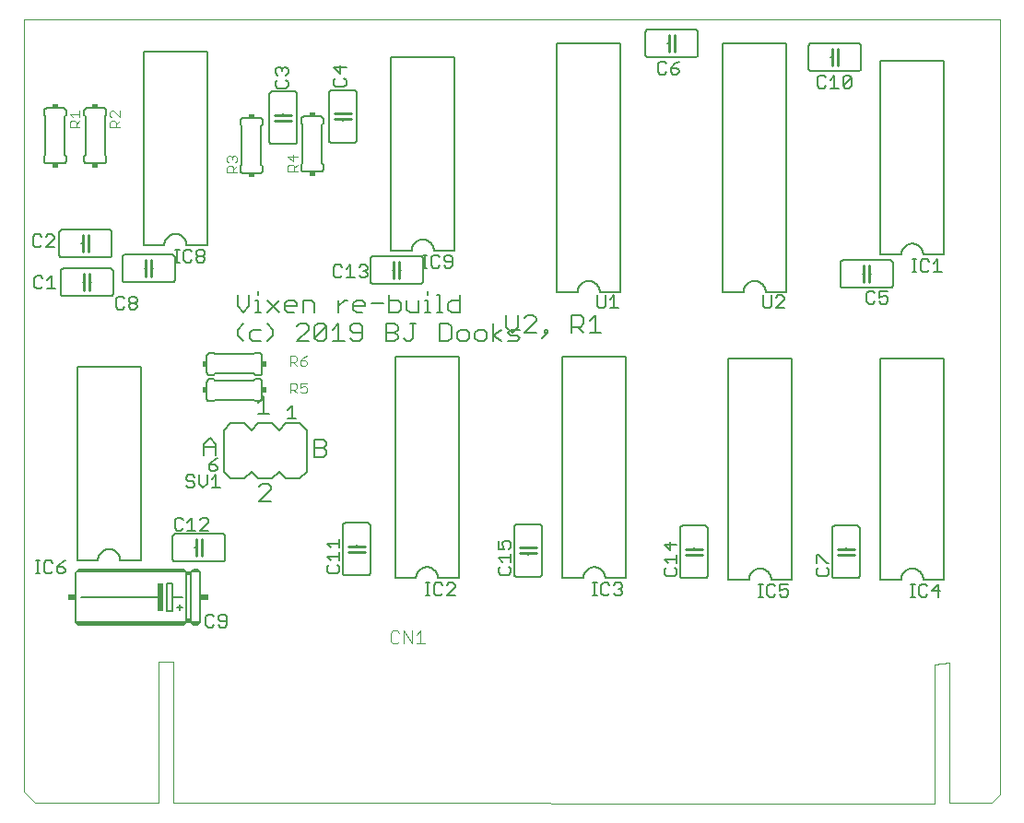
<source format=gto>
G75*
%MOIN*%
%OFA0B0*%
%FSLAX25Y25*%
%IPPOS*%
%LPD*%
%AMOC8*
5,1,8,0,0,1.08239X$1,22.5*
%
%ADD10C,0.00000*%
%ADD11C,0.00600*%
%ADD12C,0.00500*%
%ADD13C,0.01000*%
%ADD14R,0.02000X0.01500*%
%ADD15C,0.00400*%
%ADD16C,0.01200*%
%ADD17R,0.02000X0.10000*%
%ADD18R,0.03000X0.02000*%
%ADD19R,0.01500X0.02000*%
D10*
X0026198Y0005295D02*
X0030135Y0001394D01*
X0074623Y0001394D01*
X0074623Y0052181D01*
X0080135Y0052181D01*
X0080135Y0001394D01*
X0355331Y0001000D01*
X0355331Y0051394D01*
X0360843Y0051787D01*
X0360843Y0001394D01*
X0376198Y0001394D01*
X0378954Y0004150D01*
X0378954Y0050606D01*
X0378954Y0050488D02*
X0378954Y0284587D01*
X0026198Y0284587D01*
X0026198Y0051094D01*
X0026198Y0051295D02*
X0026198Y0005295D01*
D11*
X0045800Y0065488D02*
X0044800Y0066488D01*
X0044800Y0084488D01*
X0045300Y0084988D01*
X0045800Y0085488D01*
X0083800Y0085488D01*
X0083800Y0085288D01*
X0045800Y0085288D01*
X0045300Y0084988D02*
X0084300Y0084988D01*
X0083800Y0085488D01*
X0084300Y0084988D02*
X0084800Y0084488D01*
X0084800Y0084288D01*
X0086300Y0084288D01*
X0086300Y0084488D01*
X0086800Y0084988D01*
X0089300Y0084988D01*
X0088800Y0085488D01*
X0088800Y0085288D01*
X0087300Y0085288D01*
X0087300Y0085488D02*
X0088800Y0085488D01*
X0089300Y0084988D02*
X0089800Y0084488D01*
X0089800Y0066488D01*
X0086300Y0066488D01*
X0084800Y0066488D01*
X0044800Y0066488D01*
X0045800Y0065488D02*
X0083800Y0065488D01*
X0084800Y0066488D01*
X0084800Y0067488D01*
X0084800Y0083988D01*
X0086300Y0083988D01*
X0086300Y0084288D01*
X0086300Y0084488D02*
X0084800Y0084488D01*
X0084800Y0084288D02*
X0084800Y0083988D01*
X0086300Y0083988D02*
X0086300Y0067488D01*
X0084800Y0067488D01*
X0086300Y0067488D02*
X0086300Y0066488D01*
X0087300Y0065488D01*
X0088800Y0065488D01*
X0089800Y0066488D01*
X0083300Y0071988D02*
X0081300Y0071988D01*
X0082300Y0070988D02*
X0082300Y0072988D01*
X0083300Y0075488D02*
X0079800Y0075488D01*
X0079800Y0070488D01*
X0077800Y0070488D01*
X0077800Y0080488D01*
X0079800Y0080488D01*
X0079800Y0075488D01*
X0074800Y0075488D02*
X0046800Y0075488D01*
X0045300Y0088988D02*
X0052800Y0088988D01*
X0052802Y0089114D01*
X0052808Y0089239D01*
X0052818Y0089364D01*
X0052832Y0089489D01*
X0052849Y0089614D01*
X0052871Y0089738D01*
X0052896Y0089861D01*
X0052926Y0089983D01*
X0052959Y0090104D01*
X0052996Y0090224D01*
X0053036Y0090343D01*
X0053081Y0090460D01*
X0053129Y0090577D01*
X0053181Y0090691D01*
X0053236Y0090804D01*
X0053295Y0090915D01*
X0053357Y0091024D01*
X0053423Y0091131D01*
X0053492Y0091236D01*
X0053564Y0091339D01*
X0053639Y0091440D01*
X0053718Y0091538D01*
X0053800Y0091633D01*
X0053884Y0091726D01*
X0053972Y0091816D01*
X0054062Y0091904D01*
X0054155Y0091988D01*
X0054250Y0092070D01*
X0054348Y0092149D01*
X0054449Y0092224D01*
X0054552Y0092296D01*
X0054657Y0092365D01*
X0054764Y0092431D01*
X0054873Y0092493D01*
X0054984Y0092552D01*
X0055097Y0092607D01*
X0055211Y0092659D01*
X0055328Y0092707D01*
X0055445Y0092752D01*
X0055564Y0092792D01*
X0055684Y0092829D01*
X0055805Y0092862D01*
X0055927Y0092892D01*
X0056050Y0092917D01*
X0056174Y0092939D01*
X0056299Y0092956D01*
X0056424Y0092970D01*
X0056549Y0092980D01*
X0056674Y0092986D01*
X0056800Y0092988D01*
X0056926Y0092986D01*
X0057051Y0092980D01*
X0057176Y0092970D01*
X0057301Y0092956D01*
X0057426Y0092939D01*
X0057550Y0092917D01*
X0057673Y0092892D01*
X0057795Y0092862D01*
X0057916Y0092829D01*
X0058036Y0092792D01*
X0058155Y0092752D01*
X0058272Y0092707D01*
X0058389Y0092659D01*
X0058503Y0092607D01*
X0058616Y0092552D01*
X0058727Y0092493D01*
X0058836Y0092431D01*
X0058943Y0092365D01*
X0059048Y0092296D01*
X0059151Y0092224D01*
X0059252Y0092149D01*
X0059350Y0092070D01*
X0059445Y0091988D01*
X0059538Y0091904D01*
X0059628Y0091816D01*
X0059716Y0091726D01*
X0059800Y0091633D01*
X0059882Y0091538D01*
X0059961Y0091440D01*
X0060036Y0091339D01*
X0060108Y0091236D01*
X0060177Y0091131D01*
X0060243Y0091024D01*
X0060305Y0090915D01*
X0060364Y0090804D01*
X0060419Y0090691D01*
X0060471Y0090577D01*
X0060519Y0090460D01*
X0060564Y0090343D01*
X0060604Y0090224D01*
X0060641Y0090104D01*
X0060674Y0089983D01*
X0060704Y0089861D01*
X0060729Y0089738D01*
X0060751Y0089614D01*
X0060768Y0089489D01*
X0060782Y0089364D01*
X0060792Y0089239D01*
X0060798Y0089114D01*
X0060800Y0088988D01*
X0068300Y0088988D01*
X0068300Y0158988D01*
X0045300Y0158988D01*
X0045300Y0088988D01*
X0079800Y0089488D02*
X0079800Y0097488D01*
X0079802Y0097548D01*
X0079807Y0097609D01*
X0079816Y0097668D01*
X0079829Y0097727D01*
X0079845Y0097786D01*
X0079865Y0097843D01*
X0079888Y0097898D01*
X0079915Y0097953D01*
X0079944Y0098005D01*
X0079977Y0098056D01*
X0080013Y0098105D01*
X0080051Y0098151D01*
X0080093Y0098195D01*
X0080137Y0098237D01*
X0080183Y0098275D01*
X0080232Y0098311D01*
X0080283Y0098344D01*
X0080335Y0098373D01*
X0080390Y0098400D01*
X0080445Y0098423D01*
X0080502Y0098443D01*
X0080561Y0098459D01*
X0080620Y0098472D01*
X0080679Y0098481D01*
X0080740Y0098486D01*
X0080800Y0098488D01*
X0097800Y0098488D01*
X0097860Y0098486D01*
X0097921Y0098481D01*
X0097980Y0098472D01*
X0098039Y0098459D01*
X0098098Y0098443D01*
X0098155Y0098423D01*
X0098210Y0098400D01*
X0098265Y0098373D01*
X0098317Y0098344D01*
X0098368Y0098311D01*
X0098417Y0098275D01*
X0098463Y0098237D01*
X0098507Y0098195D01*
X0098549Y0098151D01*
X0098587Y0098105D01*
X0098623Y0098056D01*
X0098656Y0098005D01*
X0098685Y0097953D01*
X0098712Y0097898D01*
X0098735Y0097843D01*
X0098755Y0097786D01*
X0098771Y0097727D01*
X0098784Y0097668D01*
X0098793Y0097609D01*
X0098798Y0097548D01*
X0098800Y0097488D01*
X0098800Y0089488D01*
X0098798Y0089428D01*
X0098793Y0089367D01*
X0098784Y0089308D01*
X0098771Y0089249D01*
X0098755Y0089190D01*
X0098735Y0089133D01*
X0098712Y0089078D01*
X0098685Y0089023D01*
X0098656Y0088971D01*
X0098623Y0088920D01*
X0098587Y0088871D01*
X0098549Y0088825D01*
X0098507Y0088781D01*
X0098463Y0088739D01*
X0098417Y0088701D01*
X0098368Y0088665D01*
X0098317Y0088632D01*
X0098265Y0088603D01*
X0098210Y0088576D01*
X0098155Y0088553D01*
X0098098Y0088533D01*
X0098039Y0088517D01*
X0097980Y0088504D01*
X0097921Y0088495D01*
X0097860Y0088490D01*
X0097800Y0088488D01*
X0080800Y0088488D01*
X0080740Y0088490D01*
X0080679Y0088495D01*
X0080620Y0088504D01*
X0080561Y0088517D01*
X0080502Y0088533D01*
X0080445Y0088553D01*
X0080390Y0088576D01*
X0080335Y0088603D01*
X0080283Y0088632D01*
X0080232Y0088665D01*
X0080183Y0088701D01*
X0080137Y0088739D01*
X0080093Y0088781D01*
X0080051Y0088825D01*
X0080013Y0088871D01*
X0079977Y0088920D01*
X0079944Y0088971D01*
X0079915Y0089023D01*
X0079888Y0089078D01*
X0079865Y0089133D01*
X0079845Y0089190D01*
X0079829Y0089249D01*
X0079816Y0089308D01*
X0079807Y0089367D01*
X0079802Y0089428D01*
X0079800Y0089488D01*
X0086800Y0084988D02*
X0087300Y0085488D01*
X0087800Y0093488D02*
X0088300Y0093488D01*
X0090300Y0093488D02*
X0090800Y0093488D01*
X0111100Y0110288D02*
X0115370Y0114559D01*
X0115370Y0115626D01*
X0114303Y0116694D01*
X0112168Y0116694D01*
X0111100Y0115626D01*
X0110800Y0118488D02*
X0108300Y0120988D01*
X0105800Y0118488D01*
X0100800Y0118488D01*
X0098300Y0120988D01*
X0098300Y0135988D01*
X0100800Y0138488D01*
X0105800Y0138488D01*
X0108300Y0135988D01*
X0110800Y0138488D01*
X0115800Y0138488D01*
X0118300Y0135988D01*
X0120800Y0138488D01*
X0125800Y0138488D01*
X0128300Y0135988D01*
X0128300Y0120988D01*
X0125800Y0118488D01*
X0120800Y0118488D01*
X0118300Y0120988D01*
X0115800Y0118488D01*
X0110800Y0118488D01*
X0111100Y0110288D02*
X0115370Y0110288D01*
X0131100Y0126288D02*
X0134303Y0126288D01*
X0135370Y0127356D01*
X0135370Y0128423D01*
X0134303Y0129491D01*
X0131100Y0129491D01*
X0131100Y0126288D02*
X0131100Y0132694D01*
X0134303Y0132694D01*
X0135370Y0131626D01*
X0135370Y0130559D01*
X0134303Y0129491D01*
X0114870Y0141788D02*
X0110600Y0141788D01*
X0112735Y0141788D02*
X0112735Y0148194D01*
X0110600Y0146059D01*
X0111182Y0146488D02*
X0109682Y0146488D01*
X0109182Y0146988D01*
X0095182Y0146988D01*
X0094682Y0146488D01*
X0093182Y0146488D01*
X0093122Y0146490D01*
X0093061Y0146495D01*
X0093002Y0146504D01*
X0092943Y0146517D01*
X0092884Y0146533D01*
X0092827Y0146553D01*
X0092772Y0146576D01*
X0092717Y0146603D01*
X0092665Y0146632D01*
X0092614Y0146665D01*
X0092565Y0146701D01*
X0092519Y0146739D01*
X0092475Y0146781D01*
X0092433Y0146825D01*
X0092395Y0146871D01*
X0092359Y0146920D01*
X0092326Y0146971D01*
X0092297Y0147023D01*
X0092270Y0147078D01*
X0092247Y0147133D01*
X0092227Y0147190D01*
X0092211Y0147249D01*
X0092198Y0147308D01*
X0092189Y0147367D01*
X0092184Y0147428D01*
X0092182Y0147488D01*
X0092182Y0153488D01*
X0092184Y0153548D01*
X0092189Y0153609D01*
X0092198Y0153668D01*
X0092211Y0153727D01*
X0092227Y0153786D01*
X0092247Y0153843D01*
X0092270Y0153898D01*
X0092297Y0153953D01*
X0092326Y0154005D01*
X0092359Y0154056D01*
X0092395Y0154105D01*
X0092433Y0154151D01*
X0092475Y0154195D01*
X0092519Y0154237D01*
X0092565Y0154275D01*
X0092614Y0154311D01*
X0092665Y0154344D01*
X0092717Y0154373D01*
X0092772Y0154400D01*
X0092827Y0154423D01*
X0092884Y0154443D01*
X0092943Y0154459D01*
X0093002Y0154472D01*
X0093061Y0154481D01*
X0093122Y0154486D01*
X0093182Y0154488D01*
X0094682Y0154488D01*
X0095182Y0153988D01*
X0109182Y0153988D01*
X0109682Y0154488D01*
X0111182Y0154488D01*
X0111242Y0154486D01*
X0111303Y0154481D01*
X0111362Y0154472D01*
X0111421Y0154459D01*
X0111480Y0154443D01*
X0111537Y0154423D01*
X0111592Y0154400D01*
X0111647Y0154373D01*
X0111699Y0154344D01*
X0111750Y0154311D01*
X0111799Y0154275D01*
X0111845Y0154237D01*
X0111889Y0154195D01*
X0111931Y0154151D01*
X0111969Y0154105D01*
X0112005Y0154056D01*
X0112038Y0154005D01*
X0112067Y0153953D01*
X0112094Y0153898D01*
X0112117Y0153843D01*
X0112137Y0153786D01*
X0112153Y0153727D01*
X0112166Y0153668D01*
X0112175Y0153609D01*
X0112180Y0153548D01*
X0112182Y0153488D01*
X0112182Y0147488D01*
X0112180Y0147428D01*
X0112175Y0147367D01*
X0112166Y0147308D01*
X0112153Y0147249D01*
X0112137Y0147190D01*
X0112117Y0147133D01*
X0112094Y0147078D01*
X0112067Y0147023D01*
X0112038Y0146971D01*
X0112005Y0146920D01*
X0111969Y0146871D01*
X0111931Y0146825D01*
X0111889Y0146781D01*
X0111845Y0146739D01*
X0111799Y0146701D01*
X0111750Y0146665D01*
X0111699Y0146632D01*
X0111647Y0146603D01*
X0111592Y0146576D01*
X0111537Y0146553D01*
X0111480Y0146533D01*
X0111421Y0146517D01*
X0111362Y0146504D01*
X0111303Y0146495D01*
X0111242Y0146490D01*
X0111182Y0146488D01*
X0111182Y0155937D02*
X0109682Y0155937D01*
X0109182Y0156437D01*
X0095182Y0156437D01*
X0094682Y0155937D01*
X0093182Y0155937D01*
X0093122Y0155939D01*
X0093061Y0155944D01*
X0093002Y0155953D01*
X0092943Y0155966D01*
X0092884Y0155982D01*
X0092827Y0156002D01*
X0092772Y0156025D01*
X0092717Y0156052D01*
X0092665Y0156081D01*
X0092614Y0156114D01*
X0092565Y0156150D01*
X0092519Y0156188D01*
X0092475Y0156230D01*
X0092433Y0156274D01*
X0092395Y0156320D01*
X0092359Y0156369D01*
X0092326Y0156420D01*
X0092297Y0156472D01*
X0092270Y0156527D01*
X0092247Y0156582D01*
X0092227Y0156639D01*
X0092211Y0156698D01*
X0092198Y0156757D01*
X0092189Y0156816D01*
X0092184Y0156877D01*
X0092182Y0156937D01*
X0092182Y0162937D01*
X0092184Y0162997D01*
X0092189Y0163058D01*
X0092198Y0163117D01*
X0092211Y0163176D01*
X0092227Y0163235D01*
X0092247Y0163292D01*
X0092270Y0163347D01*
X0092297Y0163402D01*
X0092326Y0163454D01*
X0092359Y0163505D01*
X0092395Y0163554D01*
X0092433Y0163600D01*
X0092475Y0163644D01*
X0092519Y0163686D01*
X0092565Y0163724D01*
X0092614Y0163760D01*
X0092665Y0163793D01*
X0092717Y0163822D01*
X0092772Y0163849D01*
X0092827Y0163872D01*
X0092884Y0163892D01*
X0092943Y0163908D01*
X0093002Y0163921D01*
X0093061Y0163930D01*
X0093122Y0163935D01*
X0093182Y0163937D01*
X0094682Y0163937D01*
X0095182Y0163437D01*
X0109182Y0163437D01*
X0109682Y0163937D01*
X0111182Y0163937D01*
X0111242Y0163935D01*
X0111303Y0163930D01*
X0111362Y0163921D01*
X0111421Y0163908D01*
X0111480Y0163892D01*
X0111537Y0163872D01*
X0111592Y0163849D01*
X0111647Y0163822D01*
X0111699Y0163793D01*
X0111750Y0163760D01*
X0111799Y0163724D01*
X0111845Y0163686D01*
X0111889Y0163644D01*
X0111931Y0163600D01*
X0111969Y0163554D01*
X0112005Y0163505D01*
X0112038Y0163454D01*
X0112067Y0163402D01*
X0112094Y0163347D01*
X0112117Y0163292D01*
X0112137Y0163235D01*
X0112153Y0163176D01*
X0112166Y0163117D01*
X0112175Y0163058D01*
X0112180Y0162997D01*
X0112182Y0162937D01*
X0112182Y0156937D01*
X0112180Y0156877D01*
X0112175Y0156816D01*
X0112166Y0156757D01*
X0112153Y0156698D01*
X0112137Y0156639D01*
X0112117Y0156582D01*
X0112094Y0156527D01*
X0112067Y0156472D01*
X0112038Y0156420D01*
X0112005Y0156369D01*
X0111969Y0156320D01*
X0111931Y0156274D01*
X0111889Y0156230D01*
X0111845Y0156188D01*
X0111799Y0156150D01*
X0111750Y0156114D01*
X0111699Y0156081D01*
X0111647Y0156052D01*
X0111592Y0156025D01*
X0111537Y0156002D01*
X0111480Y0155982D01*
X0111421Y0155966D01*
X0111362Y0155953D01*
X0111303Y0155944D01*
X0111242Y0155939D01*
X0111182Y0155937D01*
X0111837Y0168111D02*
X0108634Y0168111D01*
X0107566Y0169179D01*
X0107566Y0171314D01*
X0108634Y0172381D01*
X0111837Y0172381D01*
X0114012Y0174516D02*
X0116147Y0172381D01*
X0116147Y0170246D01*
X0114012Y0168111D01*
X0105404Y0168111D02*
X0103269Y0170246D01*
X0103269Y0172381D01*
X0105404Y0174516D01*
X0105404Y0178611D02*
X0107540Y0180746D01*
X0107540Y0185016D01*
X0109715Y0182881D02*
X0110782Y0182881D01*
X0110782Y0178611D01*
X0109715Y0178611D02*
X0111850Y0178611D01*
X0114012Y0178611D02*
X0118282Y0182881D01*
X0120457Y0181814D02*
X0121525Y0182881D01*
X0123660Y0182881D01*
X0124728Y0181814D01*
X0124728Y0180746D01*
X0120457Y0180746D01*
X0120457Y0179679D02*
X0120457Y0181814D01*
X0120457Y0179679D02*
X0121525Y0178611D01*
X0123660Y0178611D01*
X0126903Y0178611D02*
X0126903Y0182881D01*
X0130106Y0182881D01*
X0131173Y0181814D01*
X0131173Y0178611D01*
X0132267Y0174516D02*
X0131200Y0173449D01*
X0131200Y0169179D01*
X0135470Y0173449D01*
X0135470Y0169179D01*
X0134403Y0168111D01*
X0132267Y0168111D01*
X0131200Y0169179D01*
X0129025Y0168111D02*
X0124754Y0168111D01*
X0129025Y0172381D01*
X0129025Y0173449D01*
X0127957Y0174516D01*
X0125822Y0174516D01*
X0124754Y0173449D01*
X0118282Y0178611D02*
X0114012Y0182881D01*
X0110782Y0185016D02*
X0110782Y0186084D01*
X0103269Y0185016D02*
X0103269Y0180746D01*
X0105404Y0178611D01*
X0132267Y0174516D02*
X0134403Y0174516D01*
X0135470Y0173449D01*
X0137645Y0172381D02*
X0139780Y0174516D01*
X0139780Y0168111D01*
X0137645Y0168111D02*
X0141916Y0168111D01*
X0144091Y0169179D02*
X0145158Y0168111D01*
X0147294Y0168111D01*
X0148361Y0169179D01*
X0148361Y0173449D01*
X0147294Y0174516D01*
X0145158Y0174516D01*
X0144091Y0173449D01*
X0144091Y0172381D01*
X0145158Y0171314D01*
X0148361Y0171314D01*
X0148368Y0178611D02*
X0146233Y0178611D01*
X0145165Y0179679D01*
X0145165Y0181814D01*
X0146233Y0182881D01*
X0148368Y0182881D01*
X0149435Y0181814D01*
X0149435Y0180746D01*
X0145165Y0180746D01*
X0142997Y0182881D02*
X0141929Y0182881D01*
X0139794Y0180746D01*
X0139794Y0178611D02*
X0139794Y0182881D01*
X0151611Y0181814D02*
X0155881Y0181814D01*
X0158056Y0182881D02*
X0161259Y0182881D01*
X0162326Y0181814D01*
X0162326Y0179679D01*
X0161259Y0178611D01*
X0158056Y0178611D01*
X0158056Y0185016D01*
X0164502Y0182881D02*
X0164502Y0179679D01*
X0165569Y0178611D01*
X0168772Y0178611D01*
X0168772Y0182881D01*
X0170947Y0182881D02*
X0172015Y0182881D01*
X0172015Y0178611D01*
X0173082Y0178611D02*
X0170947Y0178611D01*
X0175244Y0178611D02*
X0177379Y0178611D01*
X0176312Y0178611D02*
X0176312Y0185016D01*
X0175244Y0185016D01*
X0172015Y0185016D02*
X0172015Y0186084D01*
X0169300Y0188988D02*
X0152300Y0188988D01*
X0152240Y0188990D01*
X0152179Y0188995D01*
X0152120Y0189004D01*
X0152061Y0189017D01*
X0152002Y0189033D01*
X0151945Y0189053D01*
X0151890Y0189076D01*
X0151835Y0189103D01*
X0151783Y0189132D01*
X0151732Y0189165D01*
X0151683Y0189201D01*
X0151637Y0189239D01*
X0151593Y0189281D01*
X0151551Y0189325D01*
X0151513Y0189371D01*
X0151477Y0189420D01*
X0151444Y0189471D01*
X0151415Y0189523D01*
X0151388Y0189578D01*
X0151365Y0189633D01*
X0151345Y0189690D01*
X0151329Y0189749D01*
X0151316Y0189808D01*
X0151307Y0189867D01*
X0151302Y0189928D01*
X0151300Y0189988D01*
X0151300Y0197988D01*
X0151302Y0198048D01*
X0151307Y0198109D01*
X0151316Y0198168D01*
X0151329Y0198227D01*
X0151345Y0198286D01*
X0151365Y0198343D01*
X0151388Y0198398D01*
X0151415Y0198453D01*
X0151444Y0198505D01*
X0151477Y0198556D01*
X0151513Y0198605D01*
X0151551Y0198651D01*
X0151593Y0198695D01*
X0151637Y0198737D01*
X0151683Y0198775D01*
X0151732Y0198811D01*
X0151783Y0198844D01*
X0151835Y0198873D01*
X0151890Y0198900D01*
X0151945Y0198923D01*
X0152002Y0198943D01*
X0152061Y0198959D01*
X0152120Y0198972D01*
X0152179Y0198981D01*
X0152240Y0198986D01*
X0152300Y0198988D01*
X0169300Y0198988D01*
X0169360Y0198986D01*
X0169421Y0198981D01*
X0169480Y0198972D01*
X0169539Y0198959D01*
X0169598Y0198943D01*
X0169655Y0198923D01*
X0169710Y0198900D01*
X0169765Y0198873D01*
X0169817Y0198844D01*
X0169868Y0198811D01*
X0169917Y0198775D01*
X0169963Y0198737D01*
X0170007Y0198695D01*
X0170049Y0198651D01*
X0170087Y0198605D01*
X0170123Y0198556D01*
X0170156Y0198505D01*
X0170185Y0198453D01*
X0170212Y0198398D01*
X0170235Y0198343D01*
X0170255Y0198286D01*
X0170271Y0198227D01*
X0170284Y0198168D01*
X0170293Y0198109D01*
X0170298Y0198048D01*
X0170300Y0197988D01*
X0170300Y0189988D01*
X0170298Y0189928D01*
X0170293Y0189867D01*
X0170284Y0189808D01*
X0170271Y0189749D01*
X0170255Y0189690D01*
X0170235Y0189633D01*
X0170212Y0189578D01*
X0170185Y0189523D01*
X0170156Y0189471D01*
X0170123Y0189420D01*
X0170087Y0189371D01*
X0170049Y0189325D01*
X0170007Y0189281D01*
X0169963Y0189239D01*
X0169917Y0189201D01*
X0169868Y0189165D01*
X0169817Y0189132D01*
X0169765Y0189103D01*
X0169710Y0189076D01*
X0169655Y0189053D01*
X0169598Y0189033D01*
X0169539Y0189017D01*
X0169480Y0189004D01*
X0169421Y0188995D01*
X0169360Y0188990D01*
X0169300Y0188988D01*
X0162300Y0193988D02*
X0161800Y0193988D01*
X0159800Y0193988D02*
X0159300Y0193988D01*
X0158800Y0200988D02*
X0166300Y0200988D01*
X0166302Y0201114D01*
X0166308Y0201239D01*
X0166318Y0201364D01*
X0166332Y0201489D01*
X0166349Y0201614D01*
X0166371Y0201738D01*
X0166396Y0201861D01*
X0166426Y0201983D01*
X0166459Y0202104D01*
X0166496Y0202224D01*
X0166536Y0202343D01*
X0166581Y0202460D01*
X0166629Y0202577D01*
X0166681Y0202691D01*
X0166736Y0202804D01*
X0166795Y0202915D01*
X0166857Y0203024D01*
X0166923Y0203131D01*
X0166992Y0203236D01*
X0167064Y0203339D01*
X0167139Y0203440D01*
X0167218Y0203538D01*
X0167300Y0203633D01*
X0167384Y0203726D01*
X0167472Y0203816D01*
X0167562Y0203904D01*
X0167655Y0203988D01*
X0167750Y0204070D01*
X0167848Y0204149D01*
X0167949Y0204224D01*
X0168052Y0204296D01*
X0168157Y0204365D01*
X0168264Y0204431D01*
X0168373Y0204493D01*
X0168484Y0204552D01*
X0168597Y0204607D01*
X0168711Y0204659D01*
X0168828Y0204707D01*
X0168945Y0204752D01*
X0169064Y0204792D01*
X0169184Y0204829D01*
X0169305Y0204862D01*
X0169427Y0204892D01*
X0169550Y0204917D01*
X0169674Y0204939D01*
X0169799Y0204956D01*
X0169924Y0204970D01*
X0170049Y0204980D01*
X0170174Y0204986D01*
X0170300Y0204988D01*
X0170426Y0204986D01*
X0170551Y0204980D01*
X0170676Y0204970D01*
X0170801Y0204956D01*
X0170926Y0204939D01*
X0171050Y0204917D01*
X0171173Y0204892D01*
X0171295Y0204862D01*
X0171416Y0204829D01*
X0171536Y0204792D01*
X0171655Y0204752D01*
X0171772Y0204707D01*
X0171889Y0204659D01*
X0172003Y0204607D01*
X0172116Y0204552D01*
X0172227Y0204493D01*
X0172336Y0204431D01*
X0172443Y0204365D01*
X0172548Y0204296D01*
X0172651Y0204224D01*
X0172752Y0204149D01*
X0172850Y0204070D01*
X0172945Y0203988D01*
X0173038Y0203904D01*
X0173128Y0203816D01*
X0173216Y0203726D01*
X0173300Y0203633D01*
X0173382Y0203538D01*
X0173461Y0203440D01*
X0173536Y0203339D01*
X0173608Y0203236D01*
X0173677Y0203131D01*
X0173743Y0203024D01*
X0173805Y0202915D01*
X0173864Y0202804D01*
X0173919Y0202691D01*
X0173971Y0202577D01*
X0174019Y0202460D01*
X0174064Y0202343D01*
X0174104Y0202224D01*
X0174141Y0202104D01*
X0174174Y0201983D01*
X0174204Y0201861D01*
X0174229Y0201738D01*
X0174251Y0201614D01*
X0174268Y0201489D01*
X0174282Y0201364D01*
X0174292Y0201239D01*
X0174298Y0201114D01*
X0174300Y0200988D01*
X0181800Y0200988D01*
X0181800Y0270988D01*
X0158800Y0270988D01*
X0158800Y0200988D01*
X0179541Y0181814D02*
X0180609Y0182881D01*
X0183811Y0182881D01*
X0183811Y0185016D02*
X0183811Y0178611D01*
X0180609Y0178611D01*
X0179541Y0179679D01*
X0179541Y0181814D01*
X0179521Y0174516D02*
X0176318Y0174516D01*
X0176318Y0168111D01*
X0179521Y0168111D01*
X0180589Y0169179D01*
X0180589Y0173449D01*
X0179521Y0174516D01*
X0182764Y0171314D02*
X0182764Y0169179D01*
X0183831Y0168111D01*
X0185966Y0168111D01*
X0187034Y0169179D01*
X0187034Y0171314D01*
X0185966Y0172381D01*
X0183831Y0172381D01*
X0182764Y0171314D01*
X0189209Y0171314D02*
X0189209Y0169179D01*
X0190277Y0168111D01*
X0192412Y0168111D01*
X0193480Y0169179D01*
X0193480Y0171314D01*
X0192412Y0172381D01*
X0190277Y0172381D01*
X0189209Y0171314D01*
X0195655Y0170246D02*
X0198857Y0172381D01*
X0200513Y0173396D02*
X0202649Y0171261D01*
X0204784Y0173396D01*
X0204784Y0177666D01*
X0206959Y0176599D02*
X0208026Y0177666D01*
X0210162Y0177666D01*
X0211229Y0176599D01*
X0211229Y0175531D01*
X0206959Y0171261D01*
X0211229Y0171261D01*
X0213404Y0169125D02*
X0215540Y0171261D01*
X0214472Y0171261D01*
X0214472Y0172328D01*
X0215540Y0172328D01*
X0215540Y0171261D01*
X0224147Y0171261D02*
X0224147Y0177666D01*
X0227350Y0177666D01*
X0228417Y0176599D01*
X0228417Y0174463D01*
X0227350Y0173396D01*
X0224147Y0173396D01*
X0226282Y0173396D02*
X0228417Y0171261D01*
X0230592Y0171261D02*
X0234863Y0171261D01*
X0232728Y0171261D02*
X0232728Y0177666D01*
X0230592Y0175531D01*
X0234300Y0185988D02*
X0234298Y0186114D01*
X0234292Y0186239D01*
X0234282Y0186364D01*
X0234268Y0186489D01*
X0234251Y0186614D01*
X0234229Y0186738D01*
X0234204Y0186861D01*
X0234174Y0186983D01*
X0234141Y0187104D01*
X0234104Y0187224D01*
X0234064Y0187343D01*
X0234019Y0187460D01*
X0233971Y0187577D01*
X0233919Y0187691D01*
X0233864Y0187804D01*
X0233805Y0187915D01*
X0233743Y0188024D01*
X0233677Y0188131D01*
X0233608Y0188236D01*
X0233536Y0188339D01*
X0233461Y0188440D01*
X0233382Y0188538D01*
X0233300Y0188633D01*
X0233216Y0188726D01*
X0233128Y0188816D01*
X0233038Y0188904D01*
X0232945Y0188988D01*
X0232850Y0189070D01*
X0232752Y0189149D01*
X0232651Y0189224D01*
X0232548Y0189296D01*
X0232443Y0189365D01*
X0232336Y0189431D01*
X0232227Y0189493D01*
X0232116Y0189552D01*
X0232003Y0189607D01*
X0231889Y0189659D01*
X0231772Y0189707D01*
X0231655Y0189752D01*
X0231536Y0189792D01*
X0231416Y0189829D01*
X0231295Y0189862D01*
X0231173Y0189892D01*
X0231050Y0189917D01*
X0230926Y0189939D01*
X0230801Y0189956D01*
X0230676Y0189970D01*
X0230551Y0189980D01*
X0230426Y0189986D01*
X0230300Y0189988D01*
X0230174Y0189986D01*
X0230049Y0189980D01*
X0229924Y0189970D01*
X0229799Y0189956D01*
X0229674Y0189939D01*
X0229550Y0189917D01*
X0229427Y0189892D01*
X0229305Y0189862D01*
X0229184Y0189829D01*
X0229064Y0189792D01*
X0228945Y0189752D01*
X0228828Y0189707D01*
X0228711Y0189659D01*
X0228597Y0189607D01*
X0228484Y0189552D01*
X0228373Y0189493D01*
X0228264Y0189431D01*
X0228157Y0189365D01*
X0228052Y0189296D01*
X0227949Y0189224D01*
X0227848Y0189149D01*
X0227750Y0189070D01*
X0227655Y0188988D01*
X0227562Y0188904D01*
X0227472Y0188816D01*
X0227384Y0188726D01*
X0227300Y0188633D01*
X0227218Y0188538D01*
X0227139Y0188440D01*
X0227064Y0188339D01*
X0226992Y0188236D01*
X0226923Y0188131D01*
X0226857Y0188024D01*
X0226795Y0187915D01*
X0226736Y0187804D01*
X0226681Y0187691D01*
X0226629Y0187577D01*
X0226581Y0187460D01*
X0226536Y0187343D01*
X0226496Y0187224D01*
X0226459Y0187104D01*
X0226426Y0186983D01*
X0226396Y0186861D01*
X0226371Y0186738D01*
X0226349Y0186614D01*
X0226332Y0186489D01*
X0226318Y0186364D01*
X0226308Y0186239D01*
X0226302Y0186114D01*
X0226300Y0185988D01*
X0218800Y0185988D01*
X0218800Y0275988D01*
X0241800Y0275988D01*
X0241800Y0185988D01*
X0234300Y0185988D01*
X0243800Y0162488D02*
X0220800Y0162488D01*
X0220800Y0082488D01*
X0228300Y0082488D01*
X0228302Y0082614D01*
X0228308Y0082739D01*
X0228318Y0082864D01*
X0228332Y0082989D01*
X0228349Y0083114D01*
X0228371Y0083238D01*
X0228396Y0083361D01*
X0228426Y0083483D01*
X0228459Y0083604D01*
X0228496Y0083724D01*
X0228536Y0083843D01*
X0228581Y0083960D01*
X0228629Y0084077D01*
X0228681Y0084191D01*
X0228736Y0084304D01*
X0228795Y0084415D01*
X0228857Y0084524D01*
X0228923Y0084631D01*
X0228992Y0084736D01*
X0229064Y0084839D01*
X0229139Y0084940D01*
X0229218Y0085038D01*
X0229300Y0085133D01*
X0229384Y0085226D01*
X0229472Y0085316D01*
X0229562Y0085404D01*
X0229655Y0085488D01*
X0229750Y0085570D01*
X0229848Y0085649D01*
X0229949Y0085724D01*
X0230052Y0085796D01*
X0230157Y0085865D01*
X0230264Y0085931D01*
X0230373Y0085993D01*
X0230484Y0086052D01*
X0230597Y0086107D01*
X0230711Y0086159D01*
X0230828Y0086207D01*
X0230945Y0086252D01*
X0231064Y0086292D01*
X0231184Y0086329D01*
X0231305Y0086362D01*
X0231427Y0086392D01*
X0231550Y0086417D01*
X0231674Y0086439D01*
X0231799Y0086456D01*
X0231924Y0086470D01*
X0232049Y0086480D01*
X0232174Y0086486D01*
X0232300Y0086488D01*
X0232426Y0086486D01*
X0232551Y0086480D01*
X0232676Y0086470D01*
X0232801Y0086456D01*
X0232926Y0086439D01*
X0233050Y0086417D01*
X0233173Y0086392D01*
X0233295Y0086362D01*
X0233416Y0086329D01*
X0233536Y0086292D01*
X0233655Y0086252D01*
X0233772Y0086207D01*
X0233889Y0086159D01*
X0234003Y0086107D01*
X0234116Y0086052D01*
X0234227Y0085993D01*
X0234336Y0085931D01*
X0234443Y0085865D01*
X0234548Y0085796D01*
X0234651Y0085724D01*
X0234752Y0085649D01*
X0234850Y0085570D01*
X0234945Y0085488D01*
X0235038Y0085404D01*
X0235128Y0085316D01*
X0235216Y0085226D01*
X0235300Y0085133D01*
X0235382Y0085038D01*
X0235461Y0084940D01*
X0235536Y0084839D01*
X0235608Y0084736D01*
X0235677Y0084631D01*
X0235743Y0084524D01*
X0235805Y0084415D01*
X0235864Y0084304D01*
X0235919Y0084191D01*
X0235971Y0084077D01*
X0236019Y0083960D01*
X0236064Y0083843D01*
X0236104Y0083724D01*
X0236141Y0083604D01*
X0236174Y0083483D01*
X0236204Y0083361D01*
X0236229Y0083238D01*
X0236251Y0083114D01*
X0236268Y0082989D01*
X0236282Y0082864D01*
X0236292Y0082739D01*
X0236298Y0082614D01*
X0236300Y0082488D01*
X0243800Y0082488D01*
X0243800Y0162488D01*
X0278800Y0185988D02*
X0286300Y0185988D01*
X0286302Y0186114D01*
X0286308Y0186239D01*
X0286318Y0186364D01*
X0286332Y0186489D01*
X0286349Y0186614D01*
X0286371Y0186738D01*
X0286396Y0186861D01*
X0286426Y0186983D01*
X0286459Y0187104D01*
X0286496Y0187224D01*
X0286536Y0187343D01*
X0286581Y0187460D01*
X0286629Y0187577D01*
X0286681Y0187691D01*
X0286736Y0187804D01*
X0286795Y0187915D01*
X0286857Y0188024D01*
X0286923Y0188131D01*
X0286992Y0188236D01*
X0287064Y0188339D01*
X0287139Y0188440D01*
X0287218Y0188538D01*
X0287300Y0188633D01*
X0287384Y0188726D01*
X0287472Y0188816D01*
X0287562Y0188904D01*
X0287655Y0188988D01*
X0287750Y0189070D01*
X0287848Y0189149D01*
X0287949Y0189224D01*
X0288052Y0189296D01*
X0288157Y0189365D01*
X0288264Y0189431D01*
X0288373Y0189493D01*
X0288484Y0189552D01*
X0288597Y0189607D01*
X0288711Y0189659D01*
X0288828Y0189707D01*
X0288945Y0189752D01*
X0289064Y0189792D01*
X0289184Y0189829D01*
X0289305Y0189862D01*
X0289427Y0189892D01*
X0289550Y0189917D01*
X0289674Y0189939D01*
X0289799Y0189956D01*
X0289924Y0189970D01*
X0290049Y0189980D01*
X0290174Y0189986D01*
X0290300Y0189988D01*
X0290426Y0189986D01*
X0290551Y0189980D01*
X0290676Y0189970D01*
X0290801Y0189956D01*
X0290926Y0189939D01*
X0291050Y0189917D01*
X0291173Y0189892D01*
X0291295Y0189862D01*
X0291416Y0189829D01*
X0291536Y0189792D01*
X0291655Y0189752D01*
X0291772Y0189707D01*
X0291889Y0189659D01*
X0292003Y0189607D01*
X0292116Y0189552D01*
X0292227Y0189493D01*
X0292336Y0189431D01*
X0292443Y0189365D01*
X0292548Y0189296D01*
X0292651Y0189224D01*
X0292752Y0189149D01*
X0292850Y0189070D01*
X0292945Y0188988D01*
X0293038Y0188904D01*
X0293128Y0188816D01*
X0293216Y0188726D01*
X0293300Y0188633D01*
X0293382Y0188538D01*
X0293461Y0188440D01*
X0293536Y0188339D01*
X0293608Y0188236D01*
X0293677Y0188131D01*
X0293743Y0188024D01*
X0293805Y0187915D01*
X0293864Y0187804D01*
X0293919Y0187691D01*
X0293971Y0187577D01*
X0294019Y0187460D01*
X0294064Y0187343D01*
X0294104Y0187224D01*
X0294141Y0187104D01*
X0294174Y0186983D01*
X0294204Y0186861D01*
X0294229Y0186738D01*
X0294251Y0186614D01*
X0294268Y0186489D01*
X0294282Y0186364D01*
X0294292Y0186239D01*
X0294298Y0186114D01*
X0294300Y0185988D01*
X0301800Y0185988D01*
X0301800Y0275988D01*
X0278800Y0275988D01*
X0278800Y0185988D01*
X0280800Y0161988D02*
X0303800Y0161988D01*
X0303800Y0081988D01*
X0296300Y0081988D01*
X0296298Y0082114D01*
X0296292Y0082239D01*
X0296282Y0082364D01*
X0296268Y0082489D01*
X0296251Y0082614D01*
X0296229Y0082738D01*
X0296204Y0082861D01*
X0296174Y0082983D01*
X0296141Y0083104D01*
X0296104Y0083224D01*
X0296064Y0083343D01*
X0296019Y0083460D01*
X0295971Y0083577D01*
X0295919Y0083691D01*
X0295864Y0083804D01*
X0295805Y0083915D01*
X0295743Y0084024D01*
X0295677Y0084131D01*
X0295608Y0084236D01*
X0295536Y0084339D01*
X0295461Y0084440D01*
X0295382Y0084538D01*
X0295300Y0084633D01*
X0295216Y0084726D01*
X0295128Y0084816D01*
X0295038Y0084904D01*
X0294945Y0084988D01*
X0294850Y0085070D01*
X0294752Y0085149D01*
X0294651Y0085224D01*
X0294548Y0085296D01*
X0294443Y0085365D01*
X0294336Y0085431D01*
X0294227Y0085493D01*
X0294116Y0085552D01*
X0294003Y0085607D01*
X0293889Y0085659D01*
X0293772Y0085707D01*
X0293655Y0085752D01*
X0293536Y0085792D01*
X0293416Y0085829D01*
X0293295Y0085862D01*
X0293173Y0085892D01*
X0293050Y0085917D01*
X0292926Y0085939D01*
X0292801Y0085956D01*
X0292676Y0085970D01*
X0292551Y0085980D01*
X0292426Y0085986D01*
X0292300Y0085988D01*
X0292174Y0085986D01*
X0292049Y0085980D01*
X0291924Y0085970D01*
X0291799Y0085956D01*
X0291674Y0085939D01*
X0291550Y0085917D01*
X0291427Y0085892D01*
X0291305Y0085862D01*
X0291184Y0085829D01*
X0291064Y0085792D01*
X0290945Y0085752D01*
X0290828Y0085707D01*
X0290711Y0085659D01*
X0290597Y0085607D01*
X0290484Y0085552D01*
X0290373Y0085493D01*
X0290264Y0085431D01*
X0290157Y0085365D01*
X0290052Y0085296D01*
X0289949Y0085224D01*
X0289848Y0085149D01*
X0289750Y0085070D01*
X0289655Y0084988D01*
X0289562Y0084904D01*
X0289472Y0084816D01*
X0289384Y0084726D01*
X0289300Y0084633D01*
X0289218Y0084538D01*
X0289139Y0084440D01*
X0289064Y0084339D01*
X0288992Y0084236D01*
X0288923Y0084131D01*
X0288857Y0084024D01*
X0288795Y0083915D01*
X0288736Y0083804D01*
X0288681Y0083691D01*
X0288629Y0083577D01*
X0288581Y0083460D01*
X0288536Y0083343D01*
X0288496Y0083224D01*
X0288459Y0083104D01*
X0288426Y0082983D01*
X0288396Y0082861D01*
X0288371Y0082738D01*
X0288349Y0082614D01*
X0288332Y0082489D01*
X0288318Y0082364D01*
X0288308Y0082239D01*
X0288302Y0082114D01*
X0288300Y0081988D01*
X0280800Y0081988D01*
X0280800Y0161988D01*
X0321300Y0188488D02*
X0321300Y0196488D01*
X0321302Y0196548D01*
X0321307Y0196609D01*
X0321316Y0196668D01*
X0321329Y0196727D01*
X0321345Y0196786D01*
X0321365Y0196843D01*
X0321388Y0196898D01*
X0321415Y0196953D01*
X0321444Y0197005D01*
X0321477Y0197056D01*
X0321513Y0197105D01*
X0321551Y0197151D01*
X0321593Y0197195D01*
X0321637Y0197237D01*
X0321683Y0197275D01*
X0321732Y0197311D01*
X0321783Y0197344D01*
X0321835Y0197373D01*
X0321890Y0197400D01*
X0321945Y0197423D01*
X0322002Y0197443D01*
X0322061Y0197459D01*
X0322120Y0197472D01*
X0322179Y0197481D01*
X0322240Y0197486D01*
X0322300Y0197488D01*
X0339300Y0197488D01*
X0339360Y0197486D01*
X0339421Y0197481D01*
X0339480Y0197472D01*
X0339539Y0197459D01*
X0339598Y0197443D01*
X0339655Y0197423D01*
X0339710Y0197400D01*
X0339765Y0197373D01*
X0339817Y0197344D01*
X0339868Y0197311D01*
X0339917Y0197275D01*
X0339963Y0197237D01*
X0340007Y0197195D01*
X0340049Y0197151D01*
X0340087Y0197105D01*
X0340123Y0197056D01*
X0340156Y0197005D01*
X0340185Y0196953D01*
X0340212Y0196898D01*
X0340235Y0196843D01*
X0340255Y0196786D01*
X0340271Y0196727D01*
X0340284Y0196668D01*
X0340293Y0196609D01*
X0340298Y0196548D01*
X0340300Y0196488D01*
X0340300Y0188488D01*
X0340298Y0188428D01*
X0340293Y0188367D01*
X0340284Y0188308D01*
X0340271Y0188249D01*
X0340255Y0188190D01*
X0340235Y0188133D01*
X0340212Y0188078D01*
X0340185Y0188023D01*
X0340156Y0187971D01*
X0340123Y0187920D01*
X0340087Y0187871D01*
X0340049Y0187825D01*
X0340007Y0187781D01*
X0339963Y0187739D01*
X0339917Y0187701D01*
X0339868Y0187665D01*
X0339817Y0187632D01*
X0339765Y0187603D01*
X0339710Y0187576D01*
X0339655Y0187553D01*
X0339598Y0187533D01*
X0339539Y0187517D01*
X0339480Y0187504D01*
X0339421Y0187495D01*
X0339360Y0187490D01*
X0339300Y0187488D01*
X0322300Y0187488D01*
X0322240Y0187490D01*
X0322179Y0187495D01*
X0322120Y0187504D01*
X0322061Y0187517D01*
X0322002Y0187533D01*
X0321945Y0187553D01*
X0321890Y0187576D01*
X0321835Y0187603D01*
X0321783Y0187632D01*
X0321732Y0187665D01*
X0321683Y0187701D01*
X0321637Y0187739D01*
X0321593Y0187781D01*
X0321551Y0187825D01*
X0321513Y0187871D01*
X0321477Y0187920D01*
X0321444Y0187971D01*
X0321415Y0188023D01*
X0321388Y0188078D01*
X0321365Y0188133D01*
X0321345Y0188190D01*
X0321329Y0188249D01*
X0321316Y0188308D01*
X0321307Y0188367D01*
X0321302Y0188428D01*
X0321300Y0188488D01*
X0329300Y0192488D02*
X0329800Y0192488D01*
X0331800Y0192488D02*
X0332300Y0192488D01*
X0335800Y0199488D02*
X0343300Y0199488D01*
X0343302Y0199614D01*
X0343308Y0199739D01*
X0343318Y0199864D01*
X0343332Y0199989D01*
X0343349Y0200114D01*
X0343371Y0200238D01*
X0343396Y0200361D01*
X0343426Y0200483D01*
X0343459Y0200604D01*
X0343496Y0200724D01*
X0343536Y0200843D01*
X0343581Y0200960D01*
X0343629Y0201077D01*
X0343681Y0201191D01*
X0343736Y0201304D01*
X0343795Y0201415D01*
X0343857Y0201524D01*
X0343923Y0201631D01*
X0343992Y0201736D01*
X0344064Y0201839D01*
X0344139Y0201940D01*
X0344218Y0202038D01*
X0344300Y0202133D01*
X0344384Y0202226D01*
X0344472Y0202316D01*
X0344562Y0202404D01*
X0344655Y0202488D01*
X0344750Y0202570D01*
X0344848Y0202649D01*
X0344949Y0202724D01*
X0345052Y0202796D01*
X0345157Y0202865D01*
X0345264Y0202931D01*
X0345373Y0202993D01*
X0345484Y0203052D01*
X0345597Y0203107D01*
X0345711Y0203159D01*
X0345828Y0203207D01*
X0345945Y0203252D01*
X0346064Y0203292D01*
X0346184Y0203329D01*
X0346305Y0203362D01*
X0346427Y0203392D01*
X0346550Y0203417D01*
X0346674Y0203439D01*
X0346799Y0203456D01*
X0346924Y0203470D01*
X0347049Y0203480D01*
X0347174Y0203486D01*
X0347300Y0203488D01*
X0347426Y0203486D01*
X0347551Y0203480D01*
X0347676Y0203470D01*
X0347801Y0203456D01*
X0347926Y0203439D01*
X0348050Y0203417D01*
X0348173Y0203392D01*
X0348295Y0203362D01*
X0348416Y0203329D01*
X0348536Y0203292D01*
X0348655Y0203252D01*
X0348772Y0203207D01*
X0348889Y0203159D01*
X0349003Y0203107D01*
X0349116Y0203052D01*
X0349227Y0202993D01*
X0349336Y0202931D01*
X0349443Y0202865D01*
X0349548Y0202796D01*
X0349651Y0202724D01*
X0349752Y0202649D01*
X0349850Y0202570D01*
X0349945Y0202488D01*
X0350038Y0202404D01*
X0350128Y0202316D01*
X0350216Y0202226D01*
X0350300Y0202133D01*
X0350382Y0202038D01*
X0350461Y0201940D01*
X0350536Y0201839D01*
X0350608Y0201736D01*
X0350677Y0201631D01*
X0350743Y0201524D01*
X0350805Y0201415D01*
X0350864Y0201304D01*
X0350919Y0201191D01*
X0350971Y0201077D01*
X0351019Y0200960D01*
X0351064Y0200843D01*
X0351104Y0200724D01*
X0351141Y0200604D01*
X0351174Y0200483D01*
X0351204Y0200361D01*
X0351229Y0200238D01*
X0351251Y0200114D01*
X0351268Y0199989D01*
X0351282Y0199864D01*
X0351292Y0199739D01*
X0351298Y0199614D01*
X0351300Y0199488D01*
X0358800Y0199488D01*
X0358800Y0269488D01*
X0335800Y0269488D01*
X0335800Y0199488D01*
X0335800Y0161988D02*
X0358800Y0161988D01*
X0358800Y0081988D01*
X0351300Y0081988D01*
X0351298Y0082114D01*
X0351292Y0082239D01*
X0351282Y0082364D01*
X0351268Y0082489D01*
X0351251Y0082614D01*
X0351229Y0082738D01*
X0351204Y0082861D01*
X0351174Y0082983D01*
X0351141Y0083104D01*
X0351104Y0083224D01*
X0351064Y0083343D01*
X0351019Y0083460D01*
X0350971Y0083577D01*
X0350919Y0083691D01*
X0350864Y0083804D01*
X0350805Y0083915D01*
X0350743Y0084024D01*
X0350677Y0084131D01*
X0350608Y0084236D01*
X0350536Y0084339D01*
X0350461Y0084440D01*
X0350382Y0084538D01*
X0350300Y0084633D01*
X0350216Y0084726D01*
X0350128Y0084816D01*
X0350038Y0084904D01*
X0349945Y0084988D01*
X0349850Y0085070D01*
X0349752Y0085149D01*
X0349651Y0085224D01*
X0349548Y0085296D01*
X0349443Y0085365D01*
X0349336Y0085431D01*
X0349227Y0085493D01*
X0349116Y0085552D01*
X0349003Y0085607D01*
X0348889Y0085659D01*
X0348772Y0085707D01*
X0348655Y0085752D01*
X0348536Y0085792D01*
X0348416Y0085829D01*
X0348295Y0085862D01*
X0348173Y0085892D01*
X0348050Y0085917D01*
X0347926Y0085939D01*
X0347801Y0085956D01*
X0347676Y0085970D01*
X0347551Y0085980D01*
X0347426Y0085986D01*
X0347300Y0085988D01*
X0347174Y0085986D01*
X0347049Y0085980D01*
X0346924Y0085970D01*
X0346799Y0085956D01*
X0346674Y0085939D01*
X0346550Y0085917D01*
X0346427Y0085892D01*
X0346305Y0085862D01*
X0346184Y0085829D01*
X0346064Y0085792D01*
X0345945Y0085752D01*
X0345828Y0085707D01*
X0345711Y0085659D01*
X0345597Y0085607D01*
X0345484Y0085552D01*
X0345373Y0085493D01*
X0345264Y0085431D01*
X0345157Y0085365D01*
X0345052Y0085296D01*
X0344949Y0085224D01*
X0344848Y0085149D01*
X0344750Y0085070D01*
X0344655Y0084988D01*
X0344562Y0084904D01*
X0344472Y0084816D01*
X0344384Y0084726D01*
X0344300Y0084633D01*
X0344218Y0084538D01*
X0344139Y0084440D01*
X0344064Y0084339D01*
X0343992Y0084236D01*
X0343923Y0084131D01*
X0343857Y0084024D01*
X0343795Y0083915D01*
X0343736Y0083804D01*
X0343681Y0083691D01*
X0343629Y0083577D01*
X0343581Y0083460D01*
X0343536Y0083343D01*
X0343496Y0083224D01*
X0343459Y0083104D01*
X0343426Y0082983D01*
X0343396Y0082861D01*
X0343371Y0082738D01*
X0343349Y0082614D01*
X0343332Y0082489D01*
X0343318Y0082364D01*
X0343308Y0082239D01*
X0343302Y0082114D01*
X0343300Y0081988D01*
X0335800Y0081988D01*
X0335800Y0161988D01*
X0327300Y0101488D02*
X0319300Y0101488D01*
X0319240Y0101486D01*
X0319179Y0101481D01*
X0319120Y0101472D01*
X0319061Y0101459D01*
X0319002Y0101443D01*
X0318945Y0101423D01*
X0318890Y0101400D01*
X0318835Y0101373D01*
X0318783Y0101344D01*
X0318732Y0101311D01*
X0318683Y0101275D01*
X0318637Y0101237D01*
X0318593Y0101195D01*
X0318551Y0101151D01*
X0318513Y0101105D01*
X0318477Y0101056D01*
X0318444Y0101005D01*
X0318415Y0100953D01*
X0318388Y0100898D01*
X0318365Y0100843D01*
X0318345Y0100786D01*
X0318329Y0100727D01*
X0318316Y0100668D01*
X0318307Y0100609D01*
X0318302Y0100548D01*
X0318300Y0100488D01*
X0318300Y0083488D01*
X0318302Y0083428D01*
X0318307Y0083367D01*
X0318316Y0083308D01*
X0318329Y0083249D01*
X0318345Y0083190D01*
X0318365Y0083133D01*
X0318388Y0083078D01*
X0318415Y0083023D01*
X0318444Y0082971D01*
X0318477Y0082920D01*
X0318513Y0082871D01*
X0318551Y0082825D01*
X0318593Y0082781D01*
X0318637Y0082739D01*
X0318683Y0082701D01*
X0318732Y0082665D01*
X0318783Y0082632D01*
X0318835Y0082603D01*
X0318890Y0082576D01*
X0318945Y0082553D01*
X0319002Y0082533D01*
X0319061Y0082517D01*
X0319120Y0082504D01*
X0319179Y0082495D01*
X0319240Y0082490D01*
X0319300Y0082488D01*
X0327300Y0082488D01*
X0327360Y0082490D01*
X0327421Y0082495D01*
X0327480Y0082504D01*
X0327539Y0082517D01*
X0327598Y0082533D01*
X0327655Y0082553D01*
X0327710Y0082576D01*
X0327765Y0082603D01*
X0327817Y0082632D01*
X0327868Y0082665D01*
X0327917Y0082701D01*
X0327963Y0082739D01*
X0328007Y0082781D01*
X0328049Y0082825D01*
X0328087Y0082871D01*
X0328123Y0082920D01*
X0328156Y0082971D01*
X0328185Y0083023D01*
X0328212Y0083078D01*
X0328235Y0083133D01*
X0328255Y0083190D01*
X0328271Y0083249D01*
X0328284Y0083308D01*
X0328293Y0083367D01*
X0328298Y0083428D01*
X0328300Y0083488D01*
X0328300Y0100488D01*
X0328298Y0100548D01*
X0328293Y0100609D01*
X0328284Y0100668D01*
X0328271Y0100727D01*
X0328255Y0100786D01*
X0328235Y0100843D01*
X0328212Y0100898D01*
X0328185Y0100953D01*
X0328156Y0101005D01*
X0328123Y0101056D01*
X0328087Y0101105D01*
X0328049Y0101151D01*
X0328007Y0101195D01*
X0327963Y0101237D01*
X0327917Y0101275D01*
X0327868Y0101311D01*
X0327817Y0101344D01*
X0327765Y0101373D01*
X0327710Y0101400D01*
X0327655Y0101423D01*
X0327598Y0101443D01*
X0327539Y0101459D01*
X0327480Y0101472D01*
X0327421Y0101481D01*
X0327360Y0101486D01*
X0327300Y0101488D01*
X0323300Y0093488D02*
X0323300Y0092988D01*
X0323300Y0090988D02*
X0323300Y0090488D01*
X0273300Y0083488D02*
X0273300Y0100488D01*
X0273298Y0100548D01*
X0273293Y0100609D01*
X0273284Y0100668D01*
X0273271Y0100727D01*
X0273255Y0100786D01*
X0273235Y0100843D01*
X0273212Y0100898D01*
X0273185Y0100953D01*
X0273156Y0101005D01*
X0273123Y0101056D01*
X0273087Y0101105D01*
X0273049Y0101151D01*
X0273007Y0101195D01*
X0272963Y0101237D01*
X0272917Y0101275D01*
X0272868Y0101311D01*
X0272817Y0101344D01*
X0272765Y0101373D01*
X0272710Y0101400D01*
X0272655Y0101423D01*
X0272598Y0101443D01*
X0272539Y0101459D01*
X0272480Y0101472D01*
X0272421Y0101481D01*
X0272360Y0101486D01*
X0272300Y0101488D01*
X0264300Y0101488D01*
X0264240Y0101486D01*
X0264179Y0101481D01*
X0264120Y0101472D01*
X0264061Y0101459D01*
X0264002Y0101443D01*
X0263945Y0101423D01*
X0263890Y0101400D01*
X0263835Y0101373D01*
X0263783Y0101344D01*
X0263732Y0101311D01*
X0263683Y0101275D01*
X0263637Y0101237D01*
X0263593Y0101195D01*
X0263551Y0101151D01*
X0263513Y0101105D01*
X0263477Y0101056D01*
X0263444Y0101005D01*
X0263415Y0100953D01*
X0263388Y0100898D01*
X0263365Y0100843D01*
X0263345Y0100786D01*
X0263329Y0100727D01*
X0263316Y0100668D01*
X0263307Y0100609D01*
X0263302Y0100548D01*
X0263300Y0100488D01*
X0263300Y0083488D01*
X0263302Y0083428D01*
X0263307Y0083367D01*
X0263316Y0083308D01*
X0263329Y0083249D01*
X0263345Y0083190D01*
X0263365Y0083133D01*
X0263388Y0083078D01*
X0263415Y0083023D01*
X0263444Y0082971D01*
X0263477Y0082920D01*
X0263513Y0082871D01*
X0263551Y0082825D01*
X0263593Y0082781D01*
X0263637Y0082739D01*
X0263683Y0082701D01*
X0263732Y0082665D01*
X0263783Y0082632D01*
X0263835Y0082603D01*
X0263890Y0082576D01*
X0263945Y0082553D01*
X0264002Y0082533D01*
X0264061Y0082517D01*
X0264120Y0082504D01*
X0264179Y0082495D01*
X0264240Y0082490D01*
X0264300Y0082488D01*
X0272300Y0082488D01*
X0272360Y0082490D01*
X0272421Y0082495D01*
X0272480Y0082504D01*
X0272539Y0082517D01*
X0272598Y0082533D01*
X0272655Y0082553D01*
X0272710Y0082576D01*
X0272765Y0082603D01*
X0272817Y0082632D01*
X0272868Y0082665D01*
X0272917Y0082701D01*
X0272963Y0082739D01*
X0273007Y0082781D01*
X0273049Y0082825D01*
X0273087Y0082871D01*
X0273123Y0082920D01*
X0273156Y0082971D01*
X0273185Y0083023D01*
X0273212Y0083078D01*
X0273235Y0083133D01*
X0273255Y0083190D01*
X0273271Y0083249D01*
X0273284Y0083308D01*
X0273293Y0083367D01*
X0273298Y0083428D01*
X0273300Y0083488D01*
X0268300Y0090488D02*
X0268300Y0090988D01*
X0268300Y0092988D02*
X0268300Y0093488D01*
X0213300Y0100988D02*
X0213300Y0083988D01*
X0213298Y0083928D01*
X0213293Y0083867D01*
X0213284Y0083808D01*
X0213271Y0083749D01*
X0213255Y0083690D01*
X0213235Y0083633D01*
X0213212Y0083578D01*
X0213185Y0083523D01*
X0213156Y0083471D01*
X0213123Y0083420D01*
X0213087Y0083371D01*
X0213049Y0083325D01*
X0213007Y0083281D01*
X0212963Y0083239D01*
X0212917Y0083201D01*
X0212868Y0083165D01*
X0212817Y0083132D01*
X0212765Y0083103D01*
X0212710Y0083076D01*
X0212655Y0083053D01*
X0212598Y0083033D01*
X0212539Y0083017D01*
X0212480Y0083004D01*
X0212421Y0082995D01*
X0212360Y0082990D01*
X0212300Y0082988D01*
X0204300Y0082988D01*
X0204240Y0082990D01*
X0204179Y0082995D01*
X0204120Y0083004D01*
X0204061Y0083017D01*
X0204002Y0083033D01*
X0203945Y0083053D01*
X0203890Y0083076D01*
X0203835Y0083103D01*
X0203783Y0083132D01*
X0203732Y0083165D01*
X0203683Y0083201D01*
X0203637Y0083239D01*
X0203593Y0083281D01*
X0203551Y0083325D01*
X0203513Y0083371D01*
X0203477Y0083420D01*
X0203444Y0083471D01*
X0203415Y0083523D01*
X0203388Y0083578D01*
X0203365Y0083633D01*
X0203345Y0083690D01*
X0203329Y0083749D01*
X0203316Y0083808D01*
X0203307Y0083867D01*
X0203302Y0083928D01*
X0203300Y0083988D01*
X0203300Y0100988D01*
X0203302Y0101048D01*
X0203307Y0101109D01*
X0203316Y0101168D01*
X0203329Y0101227D01*
X0203345Y0101286D01*
X0203365Y0101343D01*
X0203388Y0101398D01*
X0203415Y0101453D01*
X0203444Y0101505D01*
X0203477Y0101556D01*
X0203513Y0101605D01*
X0203551Y0101651D01*
X0203593Y0101695D01*
X0203637Y0101737D01*
X0203683Y0101775D01*
X0203732Y0101811D01*
X0203783Y0101844D01*
X0203835Y0101873D01*
X0203890Y0101900D01*
X0203945Y0101923D01*
X0204002Y0101943D01*
X0204061Y0101959D01*
X0204120Y0101972D01*
X0204179Y0101981D01*
X0204240Y0101986D01*
X0204300Y0101988D01*
X0212300Y0101988D01*
X0212360Y0101986D01*
X0212421Y0101981D01*
X0212480Y0101972D01*
X0212539Y0101959D01*
X0212598Y0101943D01*
X0212655Y0101923D01*
X0212710Y0101900D01*
X0212765Y0101873D01*
X0212817Y0101844D01*
X0212868Y0101811D01*
X0212917Y0101775D01*
X0212963Y0101737D01*
X0213007Y0101695D01*
X0213049Y0101651D01*
X0213087Y0101605D01*
X0213123Y0101556D01*
X0213156Y0101505D01*
X0213185Y0101453D01*
X0213212Y0101398D01*
X0213235Y0101343D01*
X0213255Y0101286D01*
X0213271Y0101227D01*
X0213284Y0101168D01*
X0213293Y0101109D01*
X0213298Y0101048D01*
X0213300Y0100988D01*
X0208300Y0093988D02*
X0208300Y0093488D01*
X0208300Y0091488D02*
X0208300Y0090988D01*
X0183300Y0082488D02*
X0175800Y0082488D01*
X0175798Y0082614D01*
X0175792Y0082739D01*
X0175782Y0082864D01*
X0175768Y0082989D01*
X0175751Y0083114D01*
X0175729Y0083238D01*
X0175704Y0083361D01*
X0175674Y0083483D01*
X0175641Y0083604D01*
X0175604Y0083724D01*
X0175564Y0083843D01*
X0175519Y0083960D01*
X0175471Y0084077D01*
X0175419Y0084191D01*
X0175364Y0084304D01*
X0175305Y0084415D01*
X0175243Y0084524D01*
X0175177Y0084631D01*
X0175108Y0084736D01*
X0175036Y0084839D01*
X0174961Y0084940D01*
X0174882Y0085038D01*
X0174800Y0085133D01*
X0174716Y0085226D01*
X0174628Y0085316D01*
X0174538Y0085404D01*
X0174445Y0085488D01*
X0174350Y0085570D01*
X0174252Y0085649D01*
X0174151Y0085724D01*
X0174048Y0085796D01*
X0173943Y0085865D01*
X0173836Y0085931D01*
X0173727Y0085993D01*
X0173616Y0086052D01*
X0173503Y0086107D01*
X0173389Y0086159D01*
X0173272Y0086207D01*
X0173155Y0086252D01*
X0173036Y0086292D01*
X0172916Y0086329D01*
X0172795Y0086362D01*
X0172673Y0086392D01*
X0172550Y0086417D01*
X0172426Y0086439D01*
X0172301Y0086456D01*
X0172176Y0086470D01*
X0172051Y0086480D01*
X0171926Y0086486D01*
X0171800Y0086488D01*
X0171674Y0086486D01*
X0171549Y0086480D01*
X0171424Y0086470D01*
X0171299Y0086456D01*
X0171174Y0086439D01*
X0171050Y0086417D01*
X0170927Y0086392D01*
X0170805Y0086362D01*
X0170684Y0086329D01*
X0170564Y0086292D01*
X0170445Y0086252D01*
X0170328Y0086207D01*
X0170211Y0086159D01*
X0170097Y0086107D01*
X0169984Y0086052D01*
X0169873Y0085993D01*
X0169764Y0085931D01*
X0169657Y0085865D01*
X0169552Y0085796D01*
X0169449Y0085724D01*
X0169348Y0085649D01*
X0169250Y0085570D01*
X0169155Y0085488D01*
X0169062Y0085404D01*
X0168972Y0085316D01*
X0168884Y0085226D01*
X0168800Y0085133D01*
X0168718Y0085038D01*
X0168639Y0084940D01*
X0168564Y0084839D01*
X0168492Y0084736D01*
X0168423Y0084631D01*
X0168357Y0084524D01*
X0168295Y0084415D01*
X0168236Y0084304D01*
X0168181Y0084191D01*
X0168129Y0084077D01*
X0168081Y0083960D01*
X0168036Y0083843D01*
X0167996Y0083724D01*
X0167959Y0083604D01*
X0167926Y0083483D01*
X0167896Y0083361D01*
X0167871Y0083238D01*
X0167849Y0083114D01*
X0167832Y0082989D01*
X0167818Y0082864D01*
X0167808Y0082739D01*
X0167802Y0082614D01*
X0167800Y0082488D01*
X0160300Y0082488D01*
X0160300Y0162488D01*
X0183300Y0162488D01*
X0183300Y0082488D01*
X0151300Y0084488D02*
X0151300Y0101488D01*
X0151298Y0101548D01*
X0151293Y0101609D01*
X0151284Y0101668D01*
X0151271Y0101727D01*
X0151255Y0101786D01*
X0151235Y0101843D01*
X0151212Y0101898D01*
X0151185Y0101953D01*
X0151156Y0102005D01*
X0151123Y0102056D01*
X0151087Y0102105D01*
X0151049Y0102151D01*
X0151007Y0102195D01*
X0150963Y0102237D01*
X0150917Y0102275D01*
X0150868Y0102311D01*
X0150817Y0102344D01*
X0150765Y0102373D01*
X0150710Y0102400D01*
X0150655Y0102423D01*
X0150598Y0102443D01*
X0150539Y0102459D01*
X0150480Y0102472D01*
X0150421Y0102481D01*
X0150360Y0102486D01*
X0150300Y0102488D01*
X0142300Y0102488D01*
X0142240Y0102486D01*
X0142179Y0102481D01*
X0142120Y0102472D01*
X0142061Y0102459D01*
X0142002Y0102443D01*
X0141945Y0102423D01*
X0141890Y0102400D01*
X0141835Y0102373D01*
X0141783Y0102344D01*
X0141732Y0102311D01*
X0141683Y0102275D01*
X0141637Y0102237D01*
X0141593Y0102195D01*
X0141551Y0102151D01*
X0141513Y0102105D01*
X0141477Y0102056D01*
X0141444Y0102005D01*
X0141415Y0101953D01*
X0141388Y0101898D01*
X0141365Y0101843D01*
X0141345Y0101786D01*
X0141329Y0101727D01*
X0141316Y0101668D01*
X0141307Y0101609D01*
X0141302Y0101548D01*
X0141300Y0101488D01*
X0141300Y0084488D01*
X0141302Y0084428D01*
X0141307Y0084367D01*
X0141316Y0084308D01*
X0141329Y0084249D01*
X0141345Y0084190D01*
X0141365Y0084133D01*
X0141388Y0084078D01*
X0141415Y0084023D01*
X0141444Y0083971D01*
X0141477Y0083920D01*
X0141513Y0083871D01*
X0141551Y0083825D01*
X0141593Y0083781D01*
X0141637Y0083739D01*
X0141683Y0083701D01*
X0141732Y0083665D01*
X0141783Y0083632D01*
X0141835Y0083603D01*
X0141890Y0083576D01*
X0141945Y0083553D01*
X0142002Y0083533D01*
X0142061Y0083517D01*
X0142120Y0083504D01*
X0142179Y0083495D01*
X0142240Y0083490D01*
X0142300Y0083488D01*
X0150300Y0083488D01*
X0150360Y0083490D01*
X0150421Y0083495D01*
X0150480Y0083504D01*
X0150539Y0083517D01*
X0150598Y0083533D01*
X0150655Y0083553D01*
X0150710Y0083576D01*
X0150765Y0083603D01*
X0150817Y0083632D01*
X0150868Y0083665D01*
X0150917Y0083701D01*
X0150963Y0083739D01*
X0151007Y0083781D01*
X0151049Y0083825D01*
X0151087Y0083871D01*
X0151123Y0083920D01*
X0151156Y0083971D01*
X0151185Y0084023D01*
X0151212Y0084078D01*
X0151235Y0084133D01*
X0151255Y0084190D01*
X0151271Y0084249D01*
X0151284Y0084308D01*
X0151293Y0084367D01*
X0151298Y0084428D01*
X0151300Y0084488D01*
X0146300Y0091488D02*
X0146300Y0091988D01*
X0146300Y0093988D02*
X0146300Y0094488D01*
X0095370Y0126788D02*
X0095370Y0131059D01*
X0093235Y0133194D01*
X0091100Y0131059D01*
X0091100Y0126788D01*
X0091100Y0129991D02*
X0095370Y0129991D01*
X0156982Y0168111D02*
X0160184Y0168111D01*
X0161252Y0169179D01*
X0161252Y0170246D01*
X0160184Y0171314D01*
X0156982Y0171314D01*
X0156982Y0174516D02*
X0156982Y0168111D01*
X0160184Y0171314D02*
X0161252Y0172381D01*
X0161252Y0173449D01*
X0160184Y0174516D01*
X0156982Y0174516D01*
X0163427Y0169179D02*
X0164495Y0168111D01*
X0165562Y0168111D01*
X0166630Y0169179D01*
X0166630Y0174516D01*
X0165562Y0174516D02*
X0167698Y0174516D01*
X0195655Y0174516D02*
X0195655Y0168111D01*
X0195655Y0170246D02*
X0198857Y0168111D01*
X0201026Y0168111D02*
X0204229Y0168111D01*
X0205296Y0169179D01*
X0204229Y0170246D01*
X0202094Y0170246D01*
X0201026Y0171314D01*
X0202094Y0172381D01*
X0205296Y0172381D01*
X0200513Y0173396D02*
X0200513Y0177666D01*
X0134300Y0230488D02*
X0134300Y0231988D01*
X0133800Y0232488D01*
X0133800Y0246488D01*
X0134300Y0246988D01*
X0134300Y0248488D01*
X0134298Y0248548D01*
X0134293Y0248609D01*
X0134284Y0248668D01*
X0134271Y0248727D01*
X0134255Y0248786D01*
X0134235Y0248843D01*
X0134212Y0248898D01*
X0134185Y0248953D01*
X0134156Y0249005D01*
X0134123Y0249056D01*
X0134087Y0249105D01*
X0134049Y0249151D01*
X0134007Y0249195D01*
X0133963Y0249237D01*
X0133917Y0249275D01*
X0133868Y0249311D01*
X0133817Y0249344D01*
X0133765Y0249373D01*
X0133710Y0249400D01*
X0133655Y0249423D01*
X0133598Y0249443D01*
X0133539Y0249459D01*
X0133480Y0249472D01*
X0133421Y0249481D01*
X0133360Y0249486D01*
X0133300Y0249488D01*
X0127300Y0249488D01*
X0127240Y0249486D01*
X0127179Y0249481D01*
X0127120Y0249472D01*
X0127061Y0249459D01*
X0127002Y0249443D01*
X0126945Y0249423D01*
X0126890Y0249400D01*
X0126835Y0249373D01*
X0126783Y0249344D01*
X0126732Y0249311D01*
X0126683Y0249275D01*
X0126637Y0249237D01*
X0126593Y0249195D01*
X0126551Y0249151D01*
X0126513Y0249105D01*
X0126477Y0249056D01*
X0126444Y0249005D01*
X0126415Y0248953D01*
X0126388Y0248898D01*
X0126365Y0248843D01*
X0126345Y0248786D01*
X0126329Y0248727D01*
X0126316Y0248668D01*
X0126307Y0248609D01*
X0126302Y0248548D01*
X0126300Y0248488D01*
X0126300Y0246988D01*
X0126800Y0246488D01*
X0126800Y0232488D01*
X0126300Y0231988D01*
X0126300Y0230488D01*
X0126302Y0230428D01*
X0126307Y0230367D01*
X0126316Y0230308D01*
X0126329Y0230249D01*
X0126345Y0230190D01*
X0126365Y0230133D01*
X0126388Y0230078D01*
X0126415Y0230023D01*
X0126444Y0229971D01*
X0126477Y0229920D01*
X0126513Y0229871D01*
X0126551Y0229825D01*
X0126593Y0229781D01*
X0126637Y0229739D01*
X0126683Y0229701D01*
X0126732Y0229665D01*
X0126783Y0229632D01*
X0126835Y0229603D01*
X0126890Y0229576D01*
X0126945Y0229553D01*
X0127002Y0229533D01*
X0127061Y0229517D01*
X0127120Y0229504D01*
X0127179Y0229495D01*
X0127240Y0229490D01*
X0127300Y0229488D01*
X0133300Y0229488D01*
X0133360Y0229490D01*
X0133421Y0229495D01*
X0133480Y0229504D01*
X0133539Y0229517D01*
X0133598Y0229533D01*
X0133655Y0229553D01*
X0133710Y0229576D01*
X0133765Y0229603D01*
X0133817Y0229632D01*
X0133868Y0229665D01*
X0133917Y0229701D01*
X0133963Y0229739D01*
X0134007Y0229781D01*
X0134049Y0229825D01*
X0134087Y0229871D01*
X0134123Y0229920D01*
X0134156Y0229971D01*
X0134185Y0230023D01*
X0134212Y0230078D01*
X0134235Y0230133D01*
X0134255Y0230190D01*
X0134271Y0230249D01*
X0134284Y0230308D01*
X0134293Y0230367D01*
X0134298Y0230428D01*
X0134300Y0230488D01*
X0137300Y0239988D02*
X0145300Y0239988D01*
X0145360Y0239990D01*
X0145421Y0239995D01*
X0145480Y0240004D01*
X0145539Y0240017D01*
X0145598Y0240033D01*
X0145655Y0240053D01*
X0145710Y0240076D01*
X0145765Y0240103D01*
X0145817Y0240132D01*
X0145868Y0240165D01*
X0145917Y0240201D01*
X0145963Y0240239D01*
X0146007Y0240281D01*
X0146049Y0240325D01*
X0146087Y0240371D01*
X0146123Y0240420D01*
X0146156Y0240471D01*
X0146185Y0240523D01*
X0146212Y0240578D01*
X0146235Y0240633D01*
X0146255Y0240690D01*
X0146271Y0240749D01*
X0146284Y0240808D01*
X0146293Y0240867D01*
X0146298Y0240928D01*
X0146300Y0240988D01*
X0146300Y0257988D01*
X0146298Y0258048D01*
X0146293Y0258109D01*
X0146284Y0258168D01*
X0146271Y0258227D01*
X0146255Y0258286D01*
X0146235Y0258343D01*
X0146212Y0258398D01*
X0146185Y0258453D01*
X0146156Y0258505D01*
X0146123Y0258556D01*
X0146087Y0258605D01*
X0146049Y0258651D01*
X0146007Y0258695D01*
X0145963Y0258737D01*
X0145917Y0258775D01*
X0145868Y0258811D01*
X0145817Y0258844D01*
X0145765Y0258873D01*
X0145710Y0258900D01*
X0145655Y0258923D01*
X0145598Y0258943D01*
X0145539Y0258959D01*
X0145480Y0258972D01*
X0145421Y0258981D01*
X0145360Y0258986D01*
X0145300Y0258988D01*
X0137300Y0258988D01*
X0137240Y0258986D01*
X0137179Y0258981D01*
X0137120Y0258972D01*
X0137061Y0258959D01*
X0137002Y0258943D01*
X0136945Y0258923D01*
X0136890Y0258900D01*
X0136835Y0258873D01*
X0136783Y0258844D01*
X0136732Y0258811D01*
X0136683Y0258775D01*
X0136637Y0258737D01*
X0136593Y0258695D01*
X0136551Y0258651D01*
X0136513Y0258605D01*
X0136477Y0258556D01*
X0136444Y0258505D01*
X0136415Y0258453D01*
X0136388Y0258398D01*
X0136365Y0258343D01*
X0136345Y0258286D01*
X0136329Y0258227D01*
X0136316Y0258168D01*
X0136307Y0258109D01*
X0136302Y0258048D01*
X0136300Y0257988D01*
X0136300Y0240988D01*
X0136302Y0240928D01*
X0136307Y0240867D01*
X0136316Y0240808D01*
X0136329Y0240749D01*
X0136345Y0240690D01*
X0136365Y0240633D01*
X0136388Y0240578D01*
X0136415Y0240523D01*
X0136444Y0240471D01*
X0136477Y0240420D01*
X0136513Y0240371D01*
X0136551Y0240325D01*
X0136593Y0240281D01*
X0136637Y0240239D01*
X0136683Y0240201D01*
X0136732Y0240165D01*
X0136783Y0240132D01*
X0136835Y0240103D01*
X0136890Y0240076D01*
X0136945Y0240053D01*
X0137002Y0240033D01*
X0137061Y0240017D01*
X0137120Y0240004D01*
X0137179Y0239995D01*
X0137240Y0239990D01*
X0137300Y0239988D01*
X0141300Y0247988D02*
X0141300Y0248488D01*
X0141300Y0250488D02*
X0141300Y0250988D01*
X0124800Y0257488D02*
X0124800Y0240488D01*
X0124798Y0240428D01*
X0124793Y0240367D01*
X0124784Y0240308D01*
X0124771Y0240249D01*
X0124755Y0240190D01*
X0124735Y0240133D01*
X0124712Y0240078D01*
X0124685Y0240023D01*
X0124656Y0239971D01*
X0124623Y0239920D01*
X0124587Y0239871D01*
X0124549Y0239825D01*
X0124507Y0239781D01*
X0124463Y0239739D01*
X0124417Y0239701D01*
X0124368Y0239665D01*
X0124317Y0239632D01*
X0124265Y0239603D01*
X0124210Y0239576D01*
X0124155Y0239553D01*
X0124098Y0239533D01*
X0124039Y0239517D01*
X0123980Y0239504D01*
X0123921Y0239495D01*
X0123860Y0239490D01*
X0123800Y0239488D01*
X0115800Y0239488D01*
X0115740Y0239490D01*
X0115679Y0239495D01*
X0115620Y0239504D01*
X0115561Y0239517D01*
X0115502Y0239533D01*
X0115445Y0239553D01*
X0115390Y0239576D01*
X0115335Y0239603D01*
X0115283Y0239632D01*
X0115232Y0239665D01*
X0115183Y0239701D01*
X0115137Y0239739D01*
X0115093Y0239781D01*
X0115051Y0239825D01*
X0115013Y0239871D01*
X0114977Y0239920D01*
X0114944Y0239971D01*
X0114915Y0240023D01*
X0114888Y0240078D01*
X0114865Y0240133D01*
X0114845Y0240190D01*
X0114829Y0240249D01*
X0114816Y0240308D01*
X0114807Y0240367D01*
X0114802Y0240428D01*
X0114800Y0240488D01*
X0114800Y0257488D01*
X0114802Y0257548D01*
X0114807Y0257609D01*
X0114816Y0257668D01*
X0114829Y0257727D01*
X0114845Y0257786D01*
X0114865Y0257843D01*
X0114888Y0257898D01*
X0114915Y0257953D01*
X0114944Y0258005D01*
X0114977Y0258056D01*
X0115013Y0258105D01*
X0115051Y0258151D01*
X0115093Y0258195D01*
X0115137Y0258237D01*
X0115183Y0258275D01*
X0115232Y0258311D01*
X0115283Y0258344D01*
X0115335Y0258373D01*
X0115390Y0258400D01*
X0115445Y0258423D01*
X0115502Y0258443D01*
X0115561Y0258459D01*
X0115620Y0258472D01*
X0115679Y0258481D01*
X0115740Y0258486D01*
X0115800Y0258488D01*
X0123800Y0258488D01*
X0123860Y0258486D01*
X0123921Y0258481D01*
X0123980Y0258472D01*
X0124039Y0258459D01*
X0124098Y0258443D01*
X0124155Y0258423D01*
X0124210Y0258400D01*
X0124265Y0258373D01*
X0124317Y0258344D01*
X0124368Y0258311D01*
X0124417Y0258275D01*
X0124463Y0258237D01*
X0124507Y0258195D01*
X0124549Y0258151D01*
X0124587Y0258105D01*
X0124623Y0258056D01*
X0124656Y0258005D01*
X0124685Y0257953D01*
X0124712Y0257898D01*
X0124735Y0257843D01*
X0124755Y0257786D01*
X0124771Y0257727D01*
X0124784Y0257668D01*
X0124793Y0257609D01*
X0124798Y0257548D01*
X0124800Y0257488D01*
X0119800Y0250488D02*
X0119800Y0249988D01*
X0119800Y0247988D02*
X0119800Y0247488D01*
X0112300Y0247988D02*
X0112300Y0246488D01*
X0111800Y0245988D01*
X0111800Y0231988D01*
X0112300Y0231488D01*
X0112300Y0229988D01*
X0112298Y0229928D01*
X0112293Y0229867D01*
X0112284Y0229808D01*
X0112271Y0229749D01*
X0112255Y0229690D01*
X0112235Y0229633D01*
X0112212Y0229578D01*
X0112185Y0229523D01*
X0112156Y0229471D01*
X0112123Y0229420D01*
X0112087Y0229371D01*
X0112049Y0229325D01*
X0112007Y0229281D01*
X0111963Y0229239D01*
X0111917Y0229201D01*
X0111868Y0229165D01*
X0111817Y0229132D01*
X0111765Y0229103D01*
X0111710Y0229076D01*
X0111655Y0229053D01*
X0111598Y0229033D01*
X0111539Y0229017D01*
X0111480Y0229004D01*
X0111421Y0228995D01*
X0111360Y0228990D01*
X0111300Y0228988D01*
X0105300Y0228988D01*
X0105240Y0228990D01*
X0105179Y0228995D01*
X0105120Y0229004D01*
X0105061Y0229017D01*
X0105002Y0229033D01*
X0104945Y0229053D01*
X0104890Y0229076D01*
X0104835Y0229103D01*
X0104783Y0229132D01*
X0104732Y0229165D01*
X0104683Y0229201D01*
X0104637Y0229239D01*
X0104593Y0229281D01*
X0104551Y0229325D01*
X0104513Y0229371D01*
X0104477Y0229420D01*
X0104444Y0229471D01*
X0104415Y0229523D01*
X0104388Y0229578D01*
X0104365Y0229633D01*
X0104345Y0229690D01*
X0104329Y0229749D01*
X0104316Y0229808D01*
X0104307Y0229867D01*
X0104302Y0229928D01*
X0104300Y0229988D01*
X0104300Y0231488D01*
X0104800Y0231988D01*
X0104800Y0245988D01*
X0104300Y0246488D01*
X0104300Y0247988D01*
X0104302Y0248048D01*
X0104307Y0248109D01*
X0104316Y0248168D01*
X0104329Y0248227D01*
X0104345Y0248286D01*
X0104365Y0248343D01*
X0104388Y0248398D01*
X0104415Y0248453D01*
X0104444Y0248505D01*
X0104477Y0248556D01*
X0104513Y0248605D01*
X0104551Y0248651D01*
X0104593Y0248695D01*
X0104637Y0248737D01*
X0104683Y0248775D01*
X0104732Y0248811D01*
X0104783Y0248844D01*
X0104835Y0248873D01*
X0104890Y0248900D01*
X0104945Y0248923D01*
X0105002Y0248943D01*
X0105061Y0248959D01*
X0105120Y0248972D01*
X0105179Y0248981D01*
X0105240Y0248986D01*
X0105300Y0248988D01*
X0111300Y0248988D01*
X0111360Y0248986D01*
X0111421Y0248981D01*
X0111480Y0248972D01*
X0111539Y0248959D01*
X0111598Y0248943D01*
X0111655Y0248923D01*
X0111710Y0248900D01*
X0111765Y0248873D01*
X0111817Y0248844D01*
X0111868Y0248811D01*
X0111917Y0248775D01*
X0111963Y0248737D01*
X0112007Y0248695D01*
X0112049Y0248651D01*
X0112087Y0248605D01*
X0112123Y0248556D01*
X0112156Y0248505D01*
X0112185Y0248453D01*
X0112212Y0248398D01*
X0112235Y0248343D01*
X0112255Y0248286D01*
X0112271Y0248227D01*
X0112284Y0248168D01*
X0112293Y0248109D01*
X0112298Y0248048D01*
X0112300Y0247988D01*
X0092300Y0272988D02*
X0069300Y0272988D01*
X0069300Y0202988D01*
X0076800Y0202988D01*
X0076802Y0203114D01*
X0076808Y0203239D01*
X0076818Y0203364D01*
X0076832Y0203489D01*
X0076849Y0203614D01*
X0076871Y0203738D01*
X0076896Y0203861D01*
X0076926Y0203983D01*
X0076959Y0204104D01*
X0076996Y0204224D01*
X0077036Y0204343D01*
X0077081Y0204460D01*
X0077129Y0204577D01*
X0077181Y0204691D01*
X0077236Y0204804D01*
X0077295Y0204915D01*
X0077357Y0205024D01*
X0077423Y0205131D01*
X0077492Y0205236D01*
X0077564Y0205339D01*
X0077639Y0205440D01*
X0077718Y0205538D01*
X0077800Y0205633D01*
X0077884Y0205726D01*
X0077972Y0205816D01*
X0078062Y0205904D01*
X0078155Y0205988D01*
X0078250Y0206070D01*
X0078348Y0206149D01*
X0078449Y0206224D01*
X0078552Y0206296D01*
X0078657Y0206365D01*
X0078764Y0206431D01*
X0078873Y0206493D01*
X0078984Y0206552D01*
X0079097Y0206607D01*
X0079211Y0206659D01*
X0079328Y0206707D01*
X0079445Y0206752D01*
X0079564Y0206792D01*
X0079684Y0206829D01*
X0079805Y0206862D01*
X0079927Y0206892D01*
X0080050Y0206917D01*
X0080174Y0206939D01*
X0080299Y0206956D01*
X0080424Y0206970D01*
X0080549Y0206980D01*
X0080674Y0206986D01*
X0080800Y0206988D01*
X0080926Y0206986D01*
X0081051Y0206980D01*
X0081176Y0206970D01*
X0081301Y0206956D01*
X0081426Y0206939D01*
X0081550Y0206917D01*
X0081673Y0206892D01*
X0081795Y0206862D01*
X0081916Y0206829D01*
X0082036Y0206792D01*
X0082155Y0206752D01*
X0082272Y0206707D01*
X0082389Y0206659D01*
X0082503Y0206607D01*
X0082616Y0206552D01*
X0082727Y0206493D01*
X0082836Y0206431D01*
X0082943Y0206365D01*
X0083048Y0206296D01*
X0083151Y0206224D01*
X0083252Y0206149D01*
X0083350Y0206070D01*
X0083445Y0205988D01*
X0083538Y0205904D01*
X0083628Y0205816D01*
X0083716Y0205726D01*
X0083800Y0205633D01*
X0083882Y0205538D01*
X0083961Y0205440D01*
X0084036Y0205339D01*
X0084108Y0205236D01*
X0084177Y0205131D01*
X0084243Y0205024D01*
X0084305Y0204915D01*
X0084364Y0204804D01*
X0084419Y0204691D01*
X0084471Y0204577D01*
X0084519Y0204460D01*
X0084564Y0204343D01*
X0084604Y0204224D01*
X0084641Y0204104D01*
X0084674Y0203983D01*
X0084704Y0203861D01*
X0084729Y0203738D01*
X0084751Y0203614D01*
X0084768Y0203489D01*
X0084782Y0203364D01*
X0084792Y0203239D01*
X0084798Y0203114D01*
X0084800Y0202988D01*
X0092300Y0202988D01*
X0092300Y0272988D01*
X0055800Y0251488D02*
X0055800Y0249988D01*
X0055300Y0249488D01*
X0055300Y0235488D01*
X0055800Y0234988D01*
X0055800Y0233488D01*
X0055798Y0233428D01*
X0055793Y0233367D01*
X0055784Y0233308D01*
X0055771Y0233249D01*
X0055755Y0233190D01*
X0055735Y0233133D01*
X0055712Y0233078D01*
X0055685Y0233023D01*
X0055656Y0232971D01*
X0055623Y0232920D01*
X0055587Y0232871D01*
X0055549Y0232825D01*
X0055507Y0232781D01*
X0055463Y0232739D01*
X0055417Y0232701D01*
X0055368Y0232665D01*
X0055317Y0232632D01*
X0055265Y0232603D01*
X0055210Y0232576D01*
X0055155Y0232553D01*
X0055098Y0232533D01*
X0055039Y0232517D01*
X0054980Y0232504D01*
X0054921Y0232495D01*
X0054860Y0232490D01*
X0054800Y0232488D01*
X0048800Y0232488D01*
X0048740Y0232490D01*
X0048679Y0232495D01*
X0048620Y0232504D01*
X0048561Y0232517D01*
X0048502Y0232533D01*
X0048445Y0232553D01*
X0048390Y0232576D01*
X0048335Y0232603D01*
X0048283Y0232632D01*
X0048232Y0232665D01*
X0048183Y0232701D01*
X0048137Y0232739D01*
X0048093Y0232781D01*
X0048051Y0232825D01*
X0048013Y0232871D01*
X0047977Y0232920D01*
X0047944Y0232971D01*
X0047915Y0233023D01*
X0047888Y0233078D01*
X0047865Y0233133D01*
X0047845Y0233190D01*
X0047829Y0233249D01*
X0047816Y0233308D01*
X0047807Y0233367D01*
X0047802Y0233428D01*
X0047800Y0233488D01*
X0047800Y0234988D01*
X0048300Y0235488D01*
X0048300Y0249488D01*
X0047800Y0249988D01*
X0047800Y0251488D01*
X0047802Y0251548D01*
X0047807Y0251609D01*
X0047816Y0251668D01*
X0047829Y0251727D01*
X0047845Y0251786D01*
X0047865Y0251843D01*
X0047888Y0251898D01*
X0047915Y0251953D01*
X0047944Y0252005D01*
X0047977Y0252056D01*
X0048013Y0252105D01*
X0048051Y0252151D01*
X0048093Y0252195D01*
X0048137Y0252237D01*
X0048183Y0252275D01*
X0048232Y0252311D01*
X0048283Y0252344D01*
X0048335Y0252373D01*
X0048390Y0252400D01*
X0048445Y0252423D01*
X0048502Y0252443D01*
X0048561Y0252459D01*
X0048620Y0252472D01*
X0048679Y0252481D01*
X0048740Y0252486D01*
X0048800Y0252488D01*
X0054800Y0252488D01*
X0054860Y0252486D01*
X0054921Y0252481D01*
X0054980Y0252472D01*
X0055039Y0252459D01*
X0055098Y0252443D01*
X0055155Y0252423D01*
X0055210Y0252400D01*
X0055265Y0252373D01*
X0055317Y0252344D01*
X0055368Y0252311D01*
X0055417Y0252275D01*
X0055463Y0252237D01*
X0055507Y0252195D01*
X0055549Y0252151D01*
X0055587Y0252105D01*
X0055623Y0252056D01*
X0055656Y0252005D01*
X0055685Y0251953D01*
X0055712Y0251898D01*
X0055735Y0251843D01*
X0055755Y0251786D01*
X0055771Y0251727D01*
X0055784Y0251668D01*
X0055793Y0251609D01*
X0055798Y0251548D01*
X0055800Y0251488D01*
X0041300Y0251488D02*
X0041300Y0249988D01*
X0040800Y0249488D01*
X0040800Y0235488D01*
X0041300Y0234988D01*
X0041300Y0233488D01*
X0041298Y0233428D01*
X0041293Y0233367D01*
X0041284Y0233308D01*
X0041271Y0233249D01*
X0041255Y0233190D01*
X0041235Y0233133D01*
X0041212Y0233078D01*
X0041185Y0233023D01*
X0041156Y0232971D01*
X0041123Y0232920D01*
X0041087Y0232871D01*
X0041049Y0232825D01*
X0041007Y0232781D01*
X0040963Y0232739D01*
X0040917Y0232701D01*
X0040868Y0232665D01*
X0040817Y0232632D01*
X0040765Y0232603D01*
X0040710Y0232576D01*
X0040655Y0232553D01*
X0040598Y0232533D01*
X0040539Y0232517D01*
X0040480Y0232504D01*
X0040421Y0232495D01*
X0040360Y0232490D01*
X0040300Y0232488D01*
X0034300Y0232488D01*
X0034240Y0232490D01*
X0034179Y0232495D01*
X0034120Y0232504D01*
X0034061Y0232517D01*
X0034002Y0232533D01*
X0033945Y0232553D01*
X0033890Y0232576D01*
X0033835Y0232603D01*
X0033783Y0232632D01*
X0033732Y0232665D01*
X0033683Y0232701D01*
X0033637Y0232739D01*
X0033593Y0232781D01*
X0033551Y0232825D01*
X0033513Y0232871D01*
X0033477Y0232920D01*
X0033444Y0232971D01*
X0033415Y0233023D01*
X0033388Y0233078D01*
X0033365Y0233133D01*
X0033345Y0233190D01*
X0033329Y0233249D01*
X0033316Y0233308D01*
X0033307Y0233367D01*
X0033302Y0233428D01*
X0033300Y0233488D01*
X0033300Y0234988D01*
X0033800Y0235488D01*
X0033800Y0249488D01*
X0033300Y0249988D01*
X0033300Y0251488D01*
X0033302Y0251548D01*
X0033307Y0251609D01*
X0033316Y0251668D01*
X0033329Y0251727D01*
X0033345Y0251786D01*
X0033365Y0251843D01*
X0033388Y0251898D01*
X0033415Y0251953D01*
X0033444Y0252005D01*
X0033477Y0252056D01*
X0033513Y0252105D01*
X0033551Y0252151D01*
X0033593Y0252195D01*
X0033637Y0252237D01*
X0033683Y0252275D01*
X0033732Y0252311D01*
X0033783Y0252344D01*
X0033835Y0252373D01*
X0033890Y0252400D01*
X0033945Y0252423D01*
X0034002Y0252443D01*
X0034061Y0252459D01*
X0034120Y0252472D01*
X0034179Y0252481D01*
X0034240Y0252486D01*
X0034300Y0252488D01*
X0040300Y0252488D01*
X0040360Y0252486D01*
X0040421Y0252481D01*
X0040480Y0252472D01*
X0040539Y0252459D01*
X0040598Y0252443D01*
X0040655Y0252423D01*
X0040710Y0252400D01*
X0040765Y0252373D01*
X0040817Y0252344D01*
X0040868Y0252311D01*
X0040917Y0252275D01*
X0040963Y0252237D01*
X0041007Y0252195D01*
X0041049Y0252151D01*
X0041087Y0252105D01*
X0041123Y0252056D01*
X0041156Y0252005D01*
X0041185Y0251953D01*
X0041212Y0251898D01*
X0041235Y0251843D01*
X0041255Y0251786D01*
X0041271Y0251727D01*
X0041284Y0251668D01*
X0041293Y0251609D01*
X0041298Y0251548D01*
X0041300Y0251488D01*
X0039800Y0208488D02*
X0056800Y0208488D01*
X0056860Y0208486D01*
X0056921Y0208481D01*
X0056980Y0208472D01*
X0057039Y0208459D01*
X0057098Y0208443D01*
X0057155Y0208423D01*
X0057210Y0208400D01*
X0057265Y0208373D01*
X0057317Y0208344D01*
X0057368Y0208311D01*
X0057417Y0208275D01*
X0057463Y0208237D01*
X0057507Y0208195D01*
X0057549Y0208151D01*
X0057587Y0208105D01*
X0057623Y0208056D01*
X0057656Y0208005D01*
X0057685Y0207953D01*
X0057712Y0207898D01*
X0057735Y0207843D01*
X0057755Y0207786D01*
X0057771Y0207727D01*
X0057784Y0207668D01*
X0057793Y0207609D01*
X0057798Y0207548D01*
X0057800Y0207488D01*
X0057800Y0199488D01*
X0057798Y0199428D01*
X0057793Y0199367D01*
X0057784Y0199308D01*
X0057771Y0199249D01*
X0057755Y0199190D01*
X0057735Y0199133D01*
X0057712Y0199078D01*
X0057685Y0199023D01*
X0057656Y0198971D01*
X0057623Y0198920D01*
X0057587Y0198871D01*
X0057549Y0198825D01*
X0057507Y0198781D01*
X0057463Y0198739D01*
X0057417Y0198701D01*
X0057368Y0198665D01*
X0057317Y0198632D01*
X0057265Y0198603D01*
X0057210Y0198576D01*
X0057155Y0198553D01*
X0057098Y0198533D01*
X0057039Y0198517D01*
X0056980Y0198504D01*
X0056921Y0198495D01*
X0056860Y0198490D01*
X0056800Y0198488D01*
X0039800Y0198488D01*
X0039740Y0198490D01*
X0039679Y0198495D01*
X0039620Y0198504D01*
X0039561Y0198517D01*
X0039502Y0198533D01*
X0039445Y0198553D01*
X0039390Y0198576D01*
X0039335Y0198603D01*
X0039283Y0198632D01*
X0039232Y0198665D01*
X0039183Y0198701D01*
X0039137Y0198739D01*
X0039093Y0198781D01*
X0039051Y0198825D01*
X0039013Y0198871D01*
X0038977Y0198920D01*
X0038944Y0198971D01*
X0038915Y0199023D01*
X0038888Y0199078D01*
X0038865Y0199133D01*
X0038845Y0199190D01*
X0038829Y0199249D01*
X0038816Y0199308D01*
X0038807Y0199367D01*
X0038802Y0199428D01*
X0038800Y0199488D01*
X0038800Y0207488D01*
X0038802Y0207548D01*
X0038807Y0207609D01*
X0038816Y0207668D01*
X0038829Y0207727D01*
X0038845Y0207786D01*
X0038865Y0207843D01*
X0038888Y0207898D01*
X0038915Y0207953D01*
X0038944Y0208005D01*
X0038977Y0208056D01*
X0039013Y0208105D01*
X0039051Y0208151D01*
X0039093Y0208195D01*
X0039137Y0208237D01*
X0039183Y0208275D01*
X0039232Y0208311D01*
X0039283Y0208344D01*
X0039335Y0208373D01*
X0039390Y0208400D01*
X0039445Y0208423D01*
X0039502Y0208443D01*
X0039561Y0208459D01*
X0039620Y0208472D01*
X0039679Y0208481D01*
X0039740Y0208486D01*
X0039800Y0208488D01*
X0046800Y0203488D02*
X0047300Y0203488D01*
X0049300Y0203488D02*
X0049800Y0203488D01*
X0057300Y0194488D02*
X0040300Y0194488D01*
X0040240Y0194486D01*
X0040179Y0194481D01*
X0040120Y0194472D01*
X0040061Y0194459D01*
X0040002Y0194443D01*
X0039945Y0194423D01*
X0039890Y0194400D01*
X0039835Y0194373D01*
X0039783Y0194344D01*
X0039732Y0194311D01*
X0039683Y0194275D01*
X0039637Y0194237D01*
X0039593Y0194195D01*
X0039551Y0194151D01*
X0039513Y0194105D01*
X0039477Y0194056D01*
X0039444Y0194005D01*
X0039415Y0193953D01*
X0039388Y0193898D01*
X0039365Y0193843D01*
X0039345Y0193786D01*
X0039329Y0193727D01*
X0039316Y0193668D01*
X0039307Y0193609D01*
X0039302Y0193548D01*
X0039300Y0193488D01*
X0039300Y0185488D01*
X0039302Y0185428D01*
X0039307Y0185367D01*
X0039316Y0185308D01*
X0039329Y0185249D01*
X0039345Y0185190D01*
X0039365Y0185133D01*
X0039388Y0185078D01*
X0039415Y0185023D01*
X0039444Y0184971D01*
X0039477Y0184920D01*
X0039513Y0184871D01*
X0039551Y0184825D01*
X0039593Y0184781D01*
X0039637Y0184739D01*
X0039683Y0184701D01*
X0039732Y0184665D01*
X0039783Y0184632D01*
X0039835Y0184603D01*
X0039890Y0184576D01*
X0039945Y0184553D01*
X0040002Y0184533D01*
X0040061Y0184517D01*
X0040120Y0184504D01*
X0040179Y0184495D01*
X0040240Y0184490D01*
X0040300Y0184488D01*
X0057300Y0184488D01*
X0057360Y0184490D01*
X0057421Y0184495D01*
X0057480Y0184504D01*
X0057539Y0184517D01*
X0057598Y0184533D01*
X0057655Y0184553D01*
X0057710Y0184576D01*
X0057765Y0184603D01*
X0057817Y0184632D01*
X0057868Y0184665D01*
X0057917Y0184701D01*
X0057963Y0184739D01*
X0058007Y0184781D01*
X0058049Y0184825D01*
X0058087Y0184871D01*
X0058123Y0184920D01*
X0058156Y0184971D01*
X0058185Y0185023D01*
X0058212Y0185078D01*
X0058235Y0185133D01*
X0058255Y0185190D01*
X0058271Y0185249D01*
X0058284Y0185308D01*
X0058293Y0185367D01*
X0058298Y0185428D01*
X0058300Y0185488D01*
X0058300Y0193488D01*
X0058298Y0193548D01*
X0058293Y0193609D01*
X0058284Y0193668D01*
X0058271Y0193727D01*
X0058255Y0193786D01*
X0058235Y0193843D01*
X0058212Y0193898D01*
X0058185Y0193953D01*
X0058156Y0194005D01*
X0058123Y0194056D01*
X0058087Y0194105D01*
X0058049Y0194151D01*
X0058007Y0194195D01*
X0057963Y0194237D01*
X0057917Y0194275D01*
X0057868Y0194311D01*
X0057817Y0194344D01*
X0057765Y0194373D01*
X0057710Y0194400D01*
X0057655Y0194423D01*
X0057598Y0194443D01*
X0057539Y0194459D01*
X0057480Y0194472D01*
X0057421Y0194481D01*
X0057360Y0194486D01*
X0057300Y0194488D01*
X0061587Y0198488D02*
X0061587Y0190488D01*
X0061589Y0190428D01*
X0061594Y0190367D01*
X0061603Y0190308D01*
X0061616Y0190249D01*
X0061632Y0190190D01*
X0061652Y0190133D01*
X0061675Y0190078D01*
X0061702Y0190023D01*
X0061731Y0189971D01*
X0061764Y0189920D01*
X0061800Y0189871D01*
X0061838Y0189825D01*
X0061880Y0189781D01*
X0061924Y0189739D01*
X0061970Y0189701D01*
X0062019Y0189665D01*
X0062070Y0189632D01*
X0062122Y0189603D01*
X0062177Y0189576D01*
X0062232Y0189553D01*
X0062289Y0189533D01*
X0062348Y0189517D01*
X0062407Y0189504D01*
X0062466Y0189495D01*
X0062527Y0189490D01*
X0062587Y0189488D01*
X0079587Y0189488D01*
X0079647Y0189490D01*
X0079708Y0189495D01*
X0079767Y0189504D01*
X0079826Y0189517D01*
X0079885Y0189533D01*
X0079942Y0189553D01*
X0079997Y0189576D01*
X0080052Y0189603D01*
X0080104Y0189632D01*
X0080155Y0189665D01*
X0080204Y0189701D01*
X0080250Y0189739D01*
X0080294Y0189781D01*
X0080336Y0189825D01*
X0080374Y0189871D01*
X0080410Y0189920D01*
X0080443Y0189971D01*
X0080472Y0190023D01*
X0080499Y0190078D01*
X0080522Y0190133D01*
X0080542Y0190190D01*
X0080558Y0190249D01*
X0080571Y0190308D01*
X0080580Y0190367D01*
X0080585Y0190428D01*
X0080587Y0190488D01*
X0080587Y0198488D01*
X0080585Y0198548D01*
X0080580Y0198609D01*
X0080571Y0198668D01*
X0080558Y0198727D01*
X0080542Y0198786D01*
X0080522Y0198843D01*
X0080499Y0198898D01*
X0080472Y0198953D01*
X0080443Y0199005D01*
X0080410Y0199056D01*
X0080374Y0199105D01*
X0080336Y0199151D01*
X0080294Y0199195D01*
X0080250Y0199237D01*
X0080204Y0199275D01*
X0080155Y0199311D01*
X0080104Y0199344D01*
X0080052Y0199373D01*
X0079997Y0199400D01*
X0079942Y0199423D01*
X0079885Y0199443D01*
X0079826Y0199459D01*
X0079767Y0199472D01*
X0079708Y0199481D01*
X0079647Y0199486D01*
X0079587Y0199488D01*
X0062587Y0199488D01*
X0062527Y0199486D01*
X0062466Y0199481D01*
X0062407Y0199472D01*
X0062348Y0199459D01*
X0062289Y0199443D01*
X0062232Y0199423D01*
X0062177Y0199400D01*
X0062122Y0199373D01*
X0062070Y0199344D01*
X0062019Y0199311D01*
X0061970Y0199275D01*
X0061924Y0199237D01*
X0061880Y0199195D01*
X0061838Y0199151D01*
X0061800Y0199105D01*
X0061764Y0199056D01*
X0061731Y0199005D01*
X0061702Y0198953D01*
X0061675Y0198898D01*
X0061652Y0198843D01*
X0061632Y0198786D01*
X0061616Y0198727D01*
X0061603Y0198668D01*
X0061594Y0198609D01*
X0061589Y0198548D01*
X0061587Y0198488D01*
X0069587Y0194488D02*
X0070087Y0194488D01*
X0072087Y0194488D02*
X0072587Y0194488D01*
X0050300Y0189488D02*
X0049800Y0189488D01*
X0047800Y0189488D02*
X0047300Y0189488D01*
X0250800Y0271988D02*
X0250800Y0279988D01*
X0250802Y0280048D01*
X0250807Y0280109D01*
X0250816Y0280168D01*
X0250829Y0280227D01*
X0250845Y0280286D01*
X0250865Y0280343D01*
X0250888Y0280398D01*
X0250915Y0280453D01*
X0250944Y0280505D01*
X0250977Y0280556D01*
X0251013Y0280605D01*
X0251051Y0280651D01*
X0251093Y0280695D01*
X0251137Y0280737D01*
X0251183Y0280775D01*
X0251232Y0280811D01*
X0251283Y0280844D01*
X0251335Y0280873D01*
X0251390Y0280900D01*
X0251445Y0280923D01*
X0251502Y0280943D01*
X0251561Y0280959D01*
X0251620Y0280972D01*
X0251679Y0280981D01*
X0251740Y0280986D01*
X0251800Y0280988D01*
X0268800Y0280988D01*
X0268860Y0280986D01*
X0268921Y0280981D01*
X0268980Y0280972D01*
X0269039Y0280959D01*
X0269098Y0280943D01*
X0269155Y0280923D01*
X0269210Y0280900D01*
X0269265Y0280873D01*
X0269317Y0280844D01*
X0269368Y0280811D01*
X0269417Y0280775D01*
X0269463Y0280737D01*
X0269507Y0280695D01*
X0269549Y0280651D01*
X0269587Y0280605D01*
X0269623Y0280556D01*
X0269656Y0280505D01*
X0269685Y0280453D01*
X0269712Y0280398D01*
X0269735Y0280343D01*
X0269755Y0280286D01*
X0269771Y0280227D01*
X0269784Y0280168D01*
X0269793Y0280109D01*
X0269798Y0280048D01*
X0269800Y0279988D01*
X0269800Y0271988D01*
X0269798Y0271928D01*
X0269793Y0271867D01*
X0269784Y0271808D01*
X0269771Y0271749D01*
X0269755Y0271690D01*
X0269735Y0271633D01*
X0269712Y0271578D01*
X0269685Y0271523D01*
X0269656Y0271471D01*
X0269623Y0271420D01*
X0269587Y0271371D01*
X0269549Y0271325D01*
X0269507Y0271281D01*
X0269463Y0271239D01*
X0269417Y0271201D01*
X0269368Y0271165D01*
X0269317Y0271132D01*
X0269265Y0271103D01*
X0269210Y0271076D01*
X0269155Y0271053D01*
X0269098Y0271033D01*
X0269039Y0271017D01*
X0268980Y0271004D01*
X0268921Y0270995D01*
X0268860Y0270990D01*
X0268800Y0270988D01*
X0251800Y0270988D01*
X0251740Y0270990D01*
X0251679Y0270995D01*
X0251620Y0271004D01*
X0251561Y0271017D01*
X0251502Y0271033D01*
X0251445Y0271053D01*
X0251390Y0271076D01*
X0251335Y0271103D01*
X0251283Y0271132D01*
X0251232Y0271165D01*
X0251183Y0271201D01*
X0251137Y0271239D01*
X0251093Y0271281D01*
X0251051Y0271325D01*
X0251013Y0271371D01*
X0250977Y0271420D01*
X0250944Y0271471D01*
X0250915Y0271523D01*
X0250888Y0271578D01*
X0250865Y0271633D01*
X0250845Y0271690D01*
X0250829Y0271749D01*
X0250816Y0271808D01*
X0250807Y0271867D01*
X0250802Y0271928D01*
X0250800Y0271988D01*
X0258800Y0275988D02*
X0259300Y0275988D01*
X0261300Y0275988D02*
X0261800Y0275988D01*
X0309800Y0274988D02*
X0309800Y0266988D01*
X0309802Y0266928D01*
X0309807Y0266867D01*
X0309816Y0266808D01*
X0309829Y0266749D01*
X0309845Y0266690D01*
X0309865Y0266633D01*
X0309888Y0266578D01*
X0309915Y0266523D01*
X0309944Y0266471D01*
X0309977Y0266420D01*
X0310013Y0266371D01*
X0310051Y0266325D01*
X0310093Y0266281D01*
X0310137Y0266239D01*
X0310183Y0266201D01*
X0310232Y0266165D01*
X0310283Y0266132D01*
X0310335Y0266103D01*
X0310390Y0266076D01*
X0310445Y0266053D01*
X0310502Y0266033D01*
X0310561Y0266017D01*
X0310620Y0266004D01*
X0310679Y0265995D01*
X0310740Y0265990D01*
X0310800Y0265988D01*
X0327800Y0265988D01*
X0327860Y0265990D01*
X0327921Y0265995D01*
X0327980Y0266004D01*
X0328039Y0266017D01*
X0328098Y0266033D01*
X0328155Y0266053D01*
X0328210Y0266076D01*
X0328265Y0266103D01*
X0328317Y0266132D01*
X0328368Y0266165D01*
X0328417Y0266201D01*
X0328463Y0266239D01*
X0328507Y0266281D01*
X0328549Y0266325D01*
X0328587Y0266371D01*
X0328623Y0266420D01*
X0328656Y0266471D01*
X0328685Y0266523D01*
X0328712Y0266578D01*
X0328735Y0266633D01*
X0328755Y0266690D01*
X0328771Y0266749D01*
X0328784Y0266808D01*
X0328793Y0266867D01*
X0328798Y0266928D01*
X0328800Y0266988D01*
X0328800Y0274988D01*
X0328798Y0275048D01*
X0328793Y0275109D01*
X0328784Y0275168D01*
X0328771Y0275227D01*
X0328755Y0275286D01*
X0328735Y0275343D01*
X0328712Y0275398D01*
X0328685Y0275453D01*
X0328656Y0275505D01*
X0328623Y0275556D01*
X0328587Y0275605D01*
X0328549Y0275651D01*
X0328507Y0275695D01*
X0328463Y0275737D01*
X0328417Y0275775D01*
X0328368Y0275811D01*
X0328317Y0275844D01*
X0328265Y0275873D01*
X0328210Y0275900D01*
X0328155Y0275923D01*
X0328098Y0275943D01*
X0328039Y0275959D01*
X0327980Y0275972D01*
X0327921Y0275981D01*
X0327860Y0275986D01*
X0327800Y0275988D01*
X0310800Y0275988D01*
X0310740Y0275986D01*
X0310679Y0275981D01*
X0310620Y0275972D01*
X0310561Y0275959D01*
X0310502Y0275943D01*
X0310445Y0275923D01*
X0310390Y0275900D01*
X0310335Y0275873D01*
X0310283Y0275844D01*
X0310232Y0275811D01*
X0310183Y0275775D01*
X0310137Y0275737D01*
X0310093Y0275695D01*
X0310051Y0275651D01*
X0310013Y0275605D01*
X0309977Y0275556D01*
X0309944Y0275505D01*
X0309915Y0275453D01*
X0309888Y0275398D01*
X0309865Y0275343D01*
X0309845Y0275286D01*
X0309829Y0275227D01*
X0309816Y0275168D01*
X0309807Y0275109D01*
X0309802Y0275048D01*
X0309800Y0274988D01*
X0317800Y0270988D02*
X0318300Y0270988D01*
X0320300Y0270988D02*
X0320800Y0270988D01*
D12*
X0319155Y0264242D02*
X0319155Y0259738D01*
X0317654Y0259738D02*
X0320656Y0259738D01*
X0322258Y0260489D02*
X0325260Y0263491D01*
X0325260Y0260489D01*
X0324510Y0259738D01*
X0323008Y0259738D01*
X0322258Y0260489D01*
X0322258Y0263491D01*
X0323008Y0264242D01*
X0324510Y0264242D01*
X0325260Y0263491D01*
X0319155Y0264242D02*
X0317654Y0262741D01*
X0316053Y0263491D02*
X0315302Y0264242D01*
X0313801Y0264242D01*
X0313050Y0263491D01*
X0313050Y0260489D01*
X0313801Y0259738D01*
X0315302Y0259738D01*
X0316053Y0260489D01*
X0262949Y0265489D02*
X0262949Y0266239D01*
X0262198Y0266990D01*
X0259946Y0266990D01*
X0259946Y0265489D01*
X0260697Y0264738D01*
X0262198Y0264738D01*
X0262949Y0265489D01*
X0261447Y0268491D02*
X0259946Y0266990D01*
X0261447Y0268491D02*
X0262949Y0269242D01*
X0258345Y0268491D02*
X0257594Y0269242D01*
X0256093Y0269242D01*
X0255342Y0268491D01*
X0255342Y0265489D01*
X0256093Y0264738D01*
X0257594Y0264738D01*
X0258345Y0265489D01*
X0180949Y0198491D02*
X0180198Y0199242D01*
X0178697Y0199242D01*
X0177946Y0198491D01*
X0177946Y0197741D01*
X0178697Y0196990D01*
X0180949Y0196990D01*
X0180949Y0195489D02*
X0180949Y0198491D01*
X0180949Y0195489D02*
X0180198Y0194738D01*
X0178697Y0194738D01*
X0177946Y0195489D01*
X0176345Y0195489D02*
X0175594Y0194738D01*
X0174093Y0194738D01*
X0173342Y0195489D01*
X0173342Y0198491D01*
X0174093Y0199242D01*
X0175594Y0199242D01*
X0176345Y0198491D01*
X0171774Y0199242D02*
X0170273Y0199242D01*
X0171023Y0199242D02*
X0171023Y0194738D01*
X0170273Y0194738D02*
X0171774Y0194738D01*
X0150260Y0194991D02*
X0150260Y0194241D01*
X0149510Y0193490D01*
X0150260Y0192739D01*
X0150260Y0191989D01*
X0149510Y0191238D01*
X0148008Y0191238D01*
X0147258Y0191989D01*
X0145656Y0191238D02*
X0142654Y0191238D01*
X0144155Y0191238D02*
X0144155Y0195742D01*
X0142654Y0194241D01*
X0141053Y0194991D02*
X0140302Y0195742D01*
X0138801Y0195742D01*
X0138050Y0194991D01*
X0138050Y0191989D01*
X0138801Y0191238D01*
X0140302Y0191238D01*
X0141053Y0191989D01*
X0147258Y0194991D02*
X0148008Y0195742D01*
X0149510Y0195742D01*
X0150260Y0194991D01*
X0149510Y0193490D02*
X0148759Y0193490D01*
X0091449Y0197489D02*
X0090698Y0196738D01*
X0089197Y0196738D01*
X0088446Y0197489D01*
X0088446Y0198239D01*
X0089197Y0198990D01*
X0090698Y0198990D01*
X0091449Y0198239D01*
X0091449Y0197489D01*
X0090698Y0198990D02*
X0091449Y0199741D01*
X0091449Y0200491D01*
X0090698Y0201242D01*
X0089197Y0201242D01*
X0088446Y0200491D01*
X0088446Y0199741D01*
X0089197Y0198990D01*
X0086845Y0197489D02*
X0086094Y0196738D01*
X0084593Y0196738D01*
X0083842Y0197489D01*
X0083842Y0200491D01*
X0084593Y0201242D01*
X0086094Y0201242D01*
X0086845Y0200491D01*
X0082274Y0201242D02*
X0080773Y0201242D01*
X0081523Y0201242D02*
X0081523Y0196738D01*
X0080773Y0196738D02*
X0082274Y0196738D01*
X0066944Y0183491D02*
X0066944Y0182741D01*
X0066193Y0181990D01*
X0064692Y0181990D01*
X0063941Y0182741D01*
X0063941Y0183491D01*
X0064692Y0184242D01*
X0066193Y0184242D01*
X0066944Y0183491D01*
X0066193Y0181990D02*
X0066944Y0181239D01*
X0066944Y0180489D01*
X0066193Y0179738D01*
X0064692Y0179738D01*
X0063941Y0180489D01*
X0063941Y0181239D01*
X0064692Y0181990D01*
X0062340Y0180489D02*
X0061589Y0179738D01*
X0060088Y0179738D01*
X0059337Y0180489D01*
X0059337Y0183491D01*
X0060088Y0184242D01*
X0061589Y0184242D01*
X0062340Y0183491D01*
X0037449Y0187238D02*
X0034446Y0187238D01*
X0035947Y0187238D02*
X0035947Y0191742D01*
X0034446Y0190241D01*
X0032845Y0190991D02*
X0032094Y0191742D01*
X0030593Y0191742D01*
X0029842Y0190991D01*
X0029842Y0187989D01*
X0030593Y0187238D01*
X0032094Y0187238D01*
X0032845Y0187989D01*
X0033946Y0202238D02*
X0036949Y0205241D01*
X0036949Y0205991D01*
X0036198Y0206742D01*
X0034697Y0206742D01*
X0033946Y0205991D01*
X0032345Y0205991D02*
X0031594Y0206742D01*
X0030093Y0206742D01*
X0029342Y0205991D01*
X0029342Y0202989D01*
X0030093Y0202238D01*
X0031594Y0202238D01*
X0032345Y0202989D01*
X0033946Y0202238D02*
X0036949Y0202238D01*
X0117046Y0260489D02*
X0117797Y0259738D01*
X0120799Y0259738D01*
X0121550Y0260489D01*
X0121550Y0261990D01*
X0120799Y0262741D01*
X0120799Y0264342D02*
X0121550Y0265093D01*
X0121550Y0266594D01*
X0120799Y0267345D01*
X0120049Y0267345D01*
X0119298Y0266594D01*
X0119298Y0265843D01*
X0119298Y0266594D02*
X0118547Y0267345D01*
X0117797Y0267345D01*
X0117046Y0266594D01*
X0117046Y0265093D01*
X0117797Y0264342D01*
X0117797Y0262741D02*
X0117046Y0261990D01*
X0117046Y0260489D01*
X0138046Y0260989D02*
X0138797Y0260238D01*
X0141799Y0260238D01*
X0142550Y0260989D01*
X0142550Y0262490D01*
X0141799Y0263241D01*
X0140298Y0264842D02*
X0140298Y0267845D01*
X0142550Y0267094D02*
X0138046Y0267094D01*
X0140298Y0264842D01*
X0138797Y0263241D02*
X0138046Y0262490D01*
X0138046Y0260989D01*
X0233342Y0184742D02*
X0233342Y0180989D01*
X0234093Y0180238D01*
X0235594Y0180238D01*
X0236345Y0180989D01*
X0236345Y0184742D01*
X0237946Y0183241D02*
X0239447Y0184742D01*
X0239447Y0180238D01*
X0237946Y0180238D02*
X0240949Y0180238D01*
X0293342Y0180989D02*
X0294093Y0180238D01*
X0295594Y0180238D01*
X0296345Y0180989D01*
X0296345Y0184742D01*
X0297946Y0183991D02*
X0298697Y0184742D01*
X0300198Y0184742D01*
X0300949Y0183991D01*
X0300949Y0183241D01*
X0297946Y0180238D01*
X0300949Y0180238D01*
X0293342Y0180989D02*
X0293342Y0184742D01*
X0330842Y0185491D02*
X0330842Y0182489D01*
X0331593Y0181738D01*
X0333094Y0181738D01*
X0333845Y0182489D01*
X0335446Y0182489D02*
X0336197Y0181738D01*
X0337698Y0181738D01*
X0338449Y0182489D01*
X0338449Y0183990D01*
X0337698Y0184741D01*
X0336947Y0184741D01*
X0335446Y0183990D01*
X0335446Y0186242D01*
X0338449Y0186242D01*
X0333845Y0185491D02*
X0333094Y0186242D01*
X0331593Y0186242D01*
X0330842Y0185491D01*
X0347273Y0193238D02*
X0348774Y0193238D01*
X0348023Y0193238D02*
X0348023Y0197742D01*
X0347273Y0197742D02*
X0348774Y0197742D01*
X0350342Y0196991D02*
X0350342Y0193989D01*
X0351093Y0193238D01*
X0352594Y0193238D01*
X0353345Y0193989D01*
X0354946Y0193238D02*
X0357949Y0193238D01*
X0356447Y0193238D02*
X0356447Y0197742D01*
X0354946Y0196241D01*
X0353345Y0196991D02*
X0352594Y0197742D01*
X0351093Y0197742D01*
X0350342Y0196991D01*
X0262050Y0094698D02*
X0257546Y0094698D01*
X0259798Y0092446D01*
X0259798Y0095449D01*
X0262050Y0090845D02*
X0262050Y0087842D01*
X0262050Y0089343D02*
X0257546Y0089343D01*
X0259047Y0087842D01*
X0258297Y0086241D02*
X0257546Y0085490D01*
X0257546Y0083989D01*
X0258297Y0083238D01*
X0261299Y0083238D01*
X0262050Y0083989D01*
X0262050Y0085490D01*
X0261299Y0086241D01*
X0242449Y0079991D02*
X0242449Y0079241D01*
X0241698Y0078490D01*
X0242449Y0077739D01*
X0242449Y0076989D01*
X0241698Y0076238D01*
X0240197Y0076238D01*
X0239446Y0076989D01*
X0237845Y0076989D02*
X0237094Y0076238D01*
X0235593Y0076238D01*
X0234842Y0076989D01*
X0234842Y0079991D01*
X0235593Y0080742D01*
X0237094Y0080742D01*
X0237845Y0079991D01*
X0239446Y0079991D02*
X0240197Y0080742D01*
X0241698Y0080742D01*
X0242449Y0079991D01*
X0241698Y0078490D02*
X0240947Y0078490D01*
X0233274Y0076238D02*
X0231773Y0076238D01*
X0232523Y0076238D02*
X0232523Y0080742D01*
X0231773Y0080742D02*
X0233274Y0080742D01*
X0202050Y0084489D02*
X0201299Y0083738D01*
X0198297Y0083738D01*
X0197546Y0084489D01*
X0197546Y0085990D01*
X0198297Y0086741D01*
X0199047Y0088342D02*
X0197546Y0089843D01*
X0202050Y0089843D01*
X0202050Y0088342D02*
X0202050Y0091345D01*
X0201299Y0092946D02*
X0202050Y0093697D01*
X0202050Y0095198D01*
X0201299Y0095949D01*
X0199798Y0095949D01*
X0199047Y0095198D01*
X0199047Y0094447D01*
X0199798Y0092946D01*
X0197546Y0092946D01*
X0197546Y0095949D01*
X0201299Y0086741D02*
X0202050Y0085990D01*
X0202050Y0084489D01*
X0181949Y0079991D02*
X0181198Y0080742D01*
X0179697Y0080742D01*
X0178946Y0079991D01*
X0177345Y0079991D02*
X0176594Y0080742D01*
X0175093Y0080742D01*
X0174342Y0079991D01*
X0174342Y0076989D01*
X0175093Y0076238D01*
X0176594Y0076238D01*
X0177345Y0076989D01*
X0178946Y0076238D02*
X0181949Y0079241D01*
X0181949Y0079991D01*
X0181949Y0076238D02*
X0178946Y0076238D01*
X0172774Y0076238D02*
X0171273Y0076238D01*
X0172023Y0076238D02*
X0172023Y0080742D01*
X0171273Y0080742D02*
X0172774Y0080742D01*
X0140050Y0084989D02*
X0140050Y0086490D01*
X0139299Y0087241D01*
X0140050Y0088842D02*
X0140050Y0091845D01*
X0140050Y0090343D02*
X0135546Y0090343D01*
X0137047Y0088842D01*
X0136297Y0087241D02*
X0135546Y0086490D01*
X0135546Y0084989D01*
X0136297Y0084238D01*
X0139299Y0084238D01*
X0140050Y0084989D01*
X0140050Y0093446D02*
X0140050Y0096449D01*
X0140050Y0094947D02*
X0135546Y0094947D01*
X0137047Y0093446D01*
X0099449Y0068491D02*
X0099449Y0065489D01*
X0098698Y0064738D01*
X0097197Y0064738D01*
X0096446Y0065489D01*
X0094845Y0065489D02*
X0094094Y0064738D01*
X0092593Y0064738D01*
X0091842Y0065489D01*
X0091842Y0068491D01*
X0092593Y0069242D01*
X0094094Y0069242D01*
X0094845Y0068491D01*
X0096446Y0068491D02*
X0096446Y0067741D01*
X0097197Y0066990D01*
X0099449Y0066990D01*
X0099449Y0068491D02*
X0098698Y0069242D01*
X0097197Y0069242D01*
X0096446Y0068491D01*
X0092760Y0099738D02*
X0089758Y0099738D01*
X0092760Y0102741D01*
X0092760Y0103491D01*
X0092010Y0104242D01*
X0090508Y0104242D01*
X0089758Y0103491D01*
X0086655Y0104242D02*
X0086655Y0099738D01*
X0085154Y0099738D02*
X0088156Y0099738D01*
X0085154Y0102741D02*
X0086655Y0104242D01*
X0083553Y0103491D02*
X0082802Y0104242D01*
X0081301Y0104242D01*
X0080550Y0103491D01*
X0080550Y0100489D01*
X0081301Y0099738D01*
X0082802Y0099738D01*
X0083553Y0100489D01*
X0085489Y0115238D02*
X0084738Y0115989D01*
X0085489Y0115238D02*
X0086990Y0115238D01*
X0087741Y0115989D01*
X0087741Y0116739D01*
X0086990Y0117490D01*
X0085489Y0117490D01*
X0084738Y0118241D01*
X0084738Y0118991D01*
X0085489Y0119742D01*
X0086990Y0119742D01*
X0087741Y0118991D01*
X0089342Y0119742D02*
X0089342Y0116739D01*
X0090843Y0115238D01*
X0092345Y0116739D01*
X0092345Y0119742D01*
X0093697Y0121238D02*
X0095198Y0121238D01*
X0095949Y0121989D01*
X0095949Y0122739D01*
X0095198Y0123490D01*
X0092946Y0123490D01*
X0092946Y0121989D01*
X0093697Y0121238D01*
X0095447Y0119742D02*
X0095447Y0115238D01*
X0093946Y0115238D02*
X0096949Y0115238D01*
X0093946Y0118241D02*
X0095447Y0119742D01*
X0092946Y0123490D02*
X0094447Y0124991D01*
X0095949Y0125742D01*
X0121446Y0140238D02*
X0124449Y0140238D01*
X0122947Y0140238D02*
X0122947Y0144742D01*
X0121446Y0143241D01*
X0040949Y0088742D02*
X0039447Y0087991D01*
X0037946Y0086490D01*
X0040198Y0086490D01*
X0040949Y0085739D01*
X0040949Y0084989D01*
X0040198Y0084238D01*
X0038697Y0084238D01*
X0037946Y0084989D01*
X0037946Y0086490D01*
X0036345Y0084989D02*
X0035594Y0084238D01*
X0034093Y0084238D01*
X0033342Y0084989D01*
X0033342Y0087991D01*
X0034093Y0088742D01*
X0035594Y0088742D01*
X0036345Y0087991D01*
X0031774Y0088742D02*
X0030273Y0088742D01*
X0031023Y0088742D02*
X0031023Y0084238D01*
X0030273Y0084238D02*
X0031774Y0084238D01*
X0291773Y0080242D02*
X0293274Y0080242D01*
X0292523Y0080242D02*
X0292523Y0075738D01*
X0291773Y0075738D02*
X0293274Y0075738D01*
X0294842Y0076489D02*
X0295593Y0075738D01*
X0297094Y0075738D01*
X0297845Y0076489D01*
X0299446Y0076489D02*
X0300197Y0075738D01*
X0301698Y0075738D01*
X0302449Y0076489D01*
X0302449Y0077990D01*
X0301698Y0078741D01*
X0300947Y0078741D01*
X0299446Y0077990D01*
X0299446Y0080242D01*
X0302449Y0080242D01*
X0297845Y0079491D02*
X0297094Y0080242D01*
X0295593Y0080242D01*
X0294842Y0079491D01*
X0294842Y0076489D01*
X0312546Y0083989D02*
X0313297Y0083238D01*
X0316299Y0083238D01*
X0317050Y0083989D01*
X0317050Y0085490D01*
X0316299Y0086241D01*
X0316299Y0087842D02*
X0313297Y0090845D01*
X0312546Y0090845D01*
X0312546Y0087842D01*
X0313297Y0086241D02*
X0312546Y0085490D01*
X0312546Y0083989D01*
X0316299Y0087842D02*
X0317050Y0087842D01*
X0346773Y0080242D02*
X0348274Y0080242D01*
X0347523Y0080242D02*
X0347523Y0075738D01*
X0346773Y0075738D02*
X0348274Y0075738D01*
X0349842Y0076489D02*
X0350593Y0075738D01*
X0352094Y0075738D01*
X0352845Y0076489D01*
X0354446Y0077990D02*
X0357449Y0077990D01*
X0356698Y0075738D02*
X0356698Y0080242D01*
X0354446Y0077990D01*
X0352845Y0079491D02*
X0352094Y0080242D01*
X0350593Y0080242D01*
X0349842Y0079491D01*
X0349842Y0076489D01*
D13*
X0326300Y0090988D02*
X0323300Y0090988D01*
X0320300Y0090988D01*
X0320300Y0092988D02*
X0323300Y0092988D01*
X0326300Y0092988D01*
X0271300Y0092988D02*
X0268300Y0092988D01*
X0265300Y0092988D01*
X0265300Y0090988D02*
X0268300Y0090988D01*
X0271300Y0090988D01*
X0211300Y0091488D02*
X0208300Y0091488D01*
X0205300Y0091488D01*
X0205300Y0093488D02*
X0208300Y0093488D01*
X0211300Y0093488D01*
X0149300Y0093988D02*
X0146300Y0093988D01*
X0143300Y0093988D01*
X0143300Y0091988D02*
X0146300Y0091988D01*
X0149300Y0091988D01*
X0090300Y0093488D02*
X0090300Y0090488D01*
X0088300Y0090488D02*
X0088300Y0093488D01*
X0088300Y0096488D01*
X0090300Y0096488D02*
X0090300Y0093488D01*
X0049800Y0186488D02*
X0049800Y0189488D01*
X0049800Y0192488D01*
X0047800Y0192488D02*
X0047800Y0189488D01*
X0047800Y0186488D01*
X0047300Y0200488D02*
X0047300Y0203488D01*
X0047300Y0206488D01*
X0049300Y0206488D02*
X0049300Y0203488D01*
X0049300Y0200488D01*
X0070087Y0197488D02*
X0070087Y0194488D01*
X0070087Y0191488D01*
X0072087Y0191488D02*
X0072087Y0194488D01*
X0072087Y0197488D01*
X0116800Y0247988D02*
X0119800Y0247988D01*
X0122800Y0247988D01*
X0122800Y0249988D02*
X0119800Y0249988D01*
X0116800Y0249988D01*
X0138300Y0250488D02*
X0141300Y0250488D01*
X0144300Y0250488D01*
X0144300Y0248488D02*
X0141300Y0248488D01*
X0138300Y0248488D01*
X0159800Y0196988D02*
X0159800Y0193988D01*
X0159800Y0190988D01*
X0161800Y0190988D02*
X0161800Y0193988D01*
X0161800Y0196988D01*
X0259300Y0272988D02*
X0259300Y0275988D01*
X0259300Y0278988D01*
X0261300Y0278988D02*
X0261300Y0275988D01*
X0261300Y0272988D01*
X0318300Y0273988D02*
X0318300Y0270988D01*
X0318300Y0267988D01*
X0320300Y0267988D02*
X0320300Y0270988D01*
X0320300Y0273988D01*
X0329800Y0195488D02*
X0329800Y0192488D01*
X0329800Y0189488D01*
X0331800Y0189488D02*
X0331800Y0192488D01*
X0331800Y0195488D01*
D14*
X0130300Y0228738D03*
X0108300Y0228238D03*
X0108300Y0249738D03*
X0130300Y0250238D03*
X0051800Y0253238D03*
X0037300Y0253238D03*
X0037300Y0231738D03*
X0051800Y0231738D03*
D15*
X0057097Y0245506D02*
X0057097Y0247258D01*
X0057681Y0247841D01*
X0058849Y0247841D01*
X0059432Y0247258D01*
X0059432Y0245506D01*
X0059432Y0246674D02*
X0060600Y0247841D01*
X0060600Y0249097D02*
X0058265Y0251432D01*
X0057681Y0251432D01*
X0057097Y0250849D01*
X0057097Y0249681D01*
X0057681Y0249097D01*
X0060600Y0249097D02*
X0060600Y0251432D01*
X0060600Y0245506D02*
X0057097Y0245506D01*
X0046100Y0245506D02*
X0042597Y0245506D01*
X0042597Y0247258D01*
X0043181Y0247841D01*
X0044349Y0247841D01*
X0044932Y0247258D01*
X0044932Y0245506D01*
X0044932Y0246674D02*
X0046100Y0247841D01*
X0046100Y0249097D02*
X0046100Y0251432D01*
X0046100Y0250265D02*
X0042597Y0250265D01*
X0043765Y0249097D01*
X0099497Y0234531D02*
X0100081Y0235115D01*
X0100665Y0235115D01*
X0101249Y0234531D01*
X0101832Y0235115D01*
X0102416Y0235115D01*
X0103000Y0234531D01*
X0103000Y0233363D01*
X0102416Y0232779D01*
X0103000Y0231524D02*
X0101832Y0230356D01*
X0101832Y0230940D02*
X0101832Y0229188D01*
X0103000Y0229188D02*
X0099497Y0229188D01*
X0099497Y0230940D01*
X0100081Y0231524D01*
X0101249Y0231524D01*
X0101832Y0230940D01*
X0100081Y0232779D02*
X0099497Y0233363D01*
X0099497Y0234531D01*
X0101249Y0234531D02*
X0101249Y0233947D01*
X0121497Y0235031D02*
X0123249Y0233279D01*
X0123249Y0235615D01*
X0125000Y0235031D02*
X0121497Y0235031D01*
X0122081Y0232024D02*
X0123249Y0232024D01*
X0123832Y0231440D01*
X0123832Y0229688D01*
X0123832Y0230856D02*
X0125000Y0232024D01*
X0125000Y0229688D02*
X0121497Y0229688D01*
X0121497Y0231440D01*
X0122081Y0232024D01*
X0122303Y0162834D02*
X0124055Y0162834D01*
X0124638Y0162251D01*
X0124638Y0161083D01*
X0124055Y0160499D01*
X0122303Y0160499D01*
X0122303Y0159331D02*
X0122303Y0162834D01*
X0123471Y0160499D02*
X0124638Y0159331D01*
X0125894Y0159915D02*
X0126478Y0159331D01*
X0127646Y0159331D01*
X0128230Y0159915D01*
X0128230Y0160499D01*
X0127646Y0161083D01*
X0125894Y0161083D01*
X0125894Y0159915D01*
X0125894Y0161083D02*
X0127062Y0162251D01*
X0128230Y0162834D01*
X0128230Y0152992D02*
X0125894Y0152992D01*
X0125894Y0151240D01*
X0127062Y0151824D01*
X0127646Y0151824D01*
X0128230Y0151240D01*
X0128230Y0150073D01*
X0127646Y0149489D01*
X0126478Y0149489D01*
X0125894Y0150073D01*
X0124638Y0149489D02*
X0123471Y0150657D01*
X0124055Y0150657D02*
X0122303Y0150657D01*
X0122303Y0149489D02*
X0122303Y0152992D01*
X0124055Y0152992D01*
X0124638Y0152408D01*
X0124638Y0151240D01*
X0124055Y0150657D01*
X0159512Y0063422D02*
X0158745Y0062655D01*
X0158745Y0059585D01*
X0159512Y0058818D01*
X0161047Y0058818D01*
X0161814Y0059585D01*
X0163349Y0058818D02*
X0163349Y0063422D01*
X0166418Y0058818D01*
X0166418Y0063422D01*
X0167953Y0061887D02*
X0169487Y0063422D01*
X0169487Y0058818D01*
X0167953Y0058818D02*
X0171022Y0058818D01*
X0161814Y0062655D02*
X0161047Y0063422D01*
X0159512Y0063422D01*
D16*
X0088800Y0065988D02*
X0087300Y0065988D01*
X0085800Y0066988D02*
X0085300Y0066988D01*
X0083800Y0065988D02*
X0045800Y0065988D01*
D17*
X0075300Y0075488D03*
D18*
X0091300Y0075488D03*
X0043300Y0075488D03*
D19*
X0091432Y0150488D03*
X0091432Y0159937D03*
X0112932Y0159937D03*
X0112932Y0150488D03*
M02*

</source>
